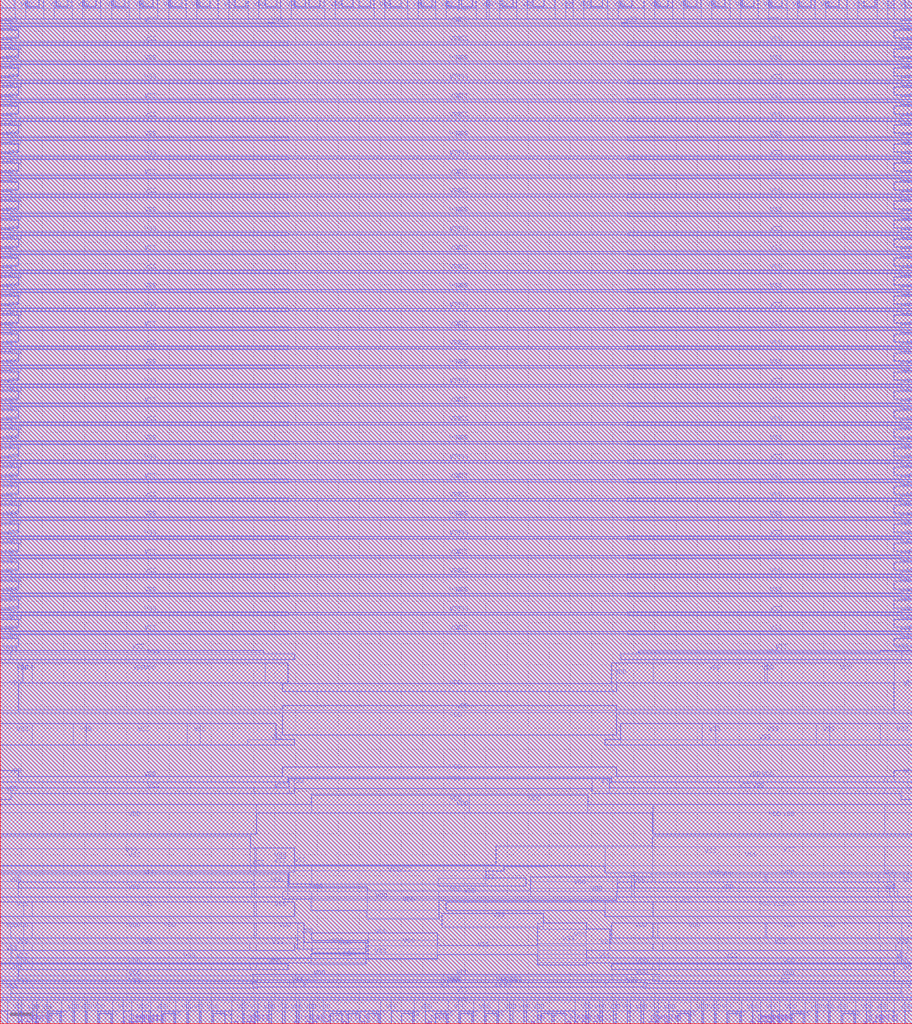
<source format=lef>
# Copyright 2022 GlobalFoundries PDK Authors
#
# Licensed under the Apache License, Version 2.0 (the "License");
# you may not use this file except in compliance with the License.
# You may obtain a copy of the License at
#
#     http://www.apache.org/licenses/LICENSE-2.0
#
# Unless required by applicable law or agreed to in writing, software
# distributed under the License is distributed on an "AS IS" BASIS,
# WITHOUT WARRANTIES OR CONDITIONS OF ANY KIND, either express or implied.
# See the License for the specific language governing permissions and
# limitations under the License.

#=====================================
# Revision: 1.1
#=====================================

VERSION 5.8 ;
BUSBITCHARS "[]" ;
DIVIDERCHAR "/" ;

UNITS
  DATABASE MICRONS   1000 ;
END UNITS

MANUFACTURINGGRID   0.005 ;



MACRO gf180mcu_fd_ip_sram__sram512x8m8wm1
  CLASS BLOCK ;
  ORIGIN 0 0 ;
  FOREIGN gf180mcu_fd_ip_sram__sram512x8m8wm1 0 0 ;
  SIZE 431.86 BY 484.88 ;
  SYMMETRY X Y R90 ;
  PIN A[0]
    DIRECTION INPUT ;
    USE SIGNAL ;
    ANTENNADIFFAREA 1.9976 LAYER Metal2 ;
    PORT
      LAYER Metal2 ;
        RECT 171.215 0 172.335 1 ;
    END
  END A[0]
  PIN A[1]
    DIRECTION INPUT ;
    USE SIGNAL ;
    ANTENNADIFFAREA 1.9976 LAYER Metal2 ;
    PORT
      LAYER Metal2 ;
        RECT 162.76 0 163.88 1 ;
    END
  END A[1]
  PIN A[2]
    DIRECTION INPUT ;
    USE SIGNAL ;
    ANTENNADIFFAREA 1.9976 LAYER Metal2 ;
    PORT
      LAYER Metal2 ;
        RECT 154.295 0 155.415 1 ;
    END
  END A[2]
  PIN A[3]
    DIRECTION INPUT ;
    USE SIGNAL ;
    ANTENNADIFFAREA 1.9976 LAYER Metal2 ;
    PORT
      LAYER Metal2 ;
        RECT 281.325 0 282.445 1 ;
    END
  END A[3]
  PIN A[4]
    DIRECTION INPUT ;
    USE SIGNAL ;
    ANTENNADIFFAREA 1.9976 LAYER Metal2 ;
    PORT
      LAYER Metal2 ;
        RECT 275.82 0 276.94 1 ;
    END
  END A[4]
  PIN A[5]
    DIRECTION INPUT ;
    USE SIGNAL ;
    ANTENNADIFFAREA 1.9976 LAYER Metal2 ;
    PORT
      LAYER Metal2 ;
        RECT 272.085 0 273.205 1 ;
    END
  END A[5]
  PIN A[6]
    DIRECTION INPUT ;
    USE SIGNAL ;
    ANTENNADIFFAREA 1.9976 LAYER Metal2 ;
    PORT
      LAYER Metal2 ;
        RECT 268.86 0 269.98 1 ;
    END
  END A[6]
  PIN A[7]
    DIRECTION INPUT ;
    USE SIGNAL ;
    ANTENNADIFFAREA 1.9976 LAYER Metal2 ;
    PORT
      LAYER Metal2 ;
        RECT 148.525 0 149.645 1 ;
    END
  END A[7]
  PIN A[8]
    DIRECTION INPUT ;
    USE SIGNAL ;
    ANTENNADIFFAREA 1.9976 LAYER Metal2 ;
    PORT
      LAYER Metal2 ;
        RECT 145.03 0 146.15 1 ;
    END
  END A[8]
  PIN CEN
    DIRECTION INPUT ;
    USE SIGNAL ;
    ANTENNADIFFAREA 1.9976 LAYER Metal2 ;
    PORT
      LAYER Metal2 ;
        RECT 251.71 0 252.83 1 ;
    END
  END CEN
  PIN CLK
    DIRECTION INPUT ;
    USE SIGNAL ;
      ANTENNAGATEAREA 44.7066 LAYER Metal3 ;
      ANTENNAGATEAREA 2.868 LAYER Metal2 ;
    PORT
      LAYER Metal2 ;
        RECT 139.68 0 140.8 1 ;
    END
  END CLK
  PIN D[0]
    DIRECTION INPUT ;
    USE SIGNAL ;
      ANTENNAGATEAREA 1.152 LAYER Metal2 ;
    PORT
      LAYER Metal2 ;
        RECT 9.32 0 10.44 1 ;
    END
  END D[0]
  PIN D[1]
    DIRECTION INPUT ;
    USE SIGNAL ;
      ANTENNAGATEAREA 1.152 LAYER Metal2 ;
    PORT
      LAYER Metal2 ;
        RECT 61.03 0 62.15 1 ;
    END
  END D[1]
  PIN D[2]
    DIRECTION INPUT ;
    USE SIGNAL ;
      ANTENNAGATEAREA 1.152 LAYER Metal2 ;
    PORT
      LAYER Metal2 ;
        RECT 67.27 0 68.39 1 ;
    END
  END D[2]
  PIN D[3]
    DIRECTION INPUT ;
    USE SIGNAL ;
      ANTENNAGATEAREA 1.152 LAYER Metal2 ;
    PORT
      LAYER Metal2 ;
        RECT 118.975 0 120.095 1 ;
    END
  END D[3]
  PIN D[4]
    DIRECTION INPUT ;
    USE SIGNAL ;
      ANTENNAGATEAREA 1.152 LAYER Metal2 ;
    PORT
      LAYER Metal2 ;
        RECT 307.235 0 308.355 1 ;
    END
  END D[4]
  PIN D[5]
    DIRECTION INPUT ;
    USE SIGNAL ;
      ANTENNAGATEAREA 1.152 LAYER Metal2 ;
    PORT
      LAYER Metal2 ;
        RECT 358.91 0 360.03 1 ;
    END
  END D[5]
  PIN D[6]
    DIRECTION INPUT ;
    USE SIGNAL ;
      ANTENNAGATEAREA 1.152 LAYER Metal2 ;
    PORT
      LAYER Metal2 ;
        RECT 365.15 0 366.27 1 ;
    END
  END D[6]
  PIN D[7]
    DIRECTION INPUT ;
    USE SIGNAL ;
      ANTENNAGATEAREA 1.152 LAYER Metal2 ;
    PORT
      LAYER Metal2 ;
        RECT 416.86 0 417.98 1 ;
    END
  END D[7]
  PIN GWEN
    DIRECTION INPUT ;
    USE SIGNAL ;
      ANTENNAGATEAREA 14.466 LAYER Metal2 ;
    PORT
      LAYER Metal2 ;
        RECT 202.94 0 204.06 1 ;
    END
  END GWEN
  PIN Q[0]
    DIRECTION OUTPUT ;
    USE SIGNAL ;
    ANTENNADIFFAREA 11.328 LAYER Metal2 ;
    PORT
      LAYER Metal2 ;
        RECT 16.9 0 18.02 1 ;
    END
  END Q[0]
  PIN Q[1]
    DIRECTION OUTPUT ;
    USE SIGNAL ;
    ANTENNADIFFAREA 11.328 LAYER Metal2 ;
    PORT
      LAYER Metal2 ;
        RECT 57.665 0 58.785 1 ;
    END
  END Q[1]
  PIN Q[2]
    DIRECTION OUTPUT ;
    USE SIGNAL ;
    ANTENNADIFFAREA 11.328 LAYER Metal2 ;
    PORT
      LAYER Metal2 ;
        RECT 70.635 0 71.755 1 ;
    END
  END Q[2]
  PIN Q[3]
    DIRECTION OUTPUT ;
    USE SIGNAL ;
    ANTENNADIFFAREA 11.328 LAYER Metal2 ;
    PORT
      LAYER Metal2 ;
        RECT 111.395 0 112.515 1 ;
    END
  END Q[3]
  PIN Q[4]
    DIRECTION OUTPUT ;
    USE SIGNAL ;
    ANTENNADIFFAREA 11.328 LAYER Metal2 ;
    PORT
      LAYER Metal2 ;
        RECT 314.79 0 315.91 1 ;
    END
  END Q[4]
  PIN Q[5]
    DIRECTION OUTPUT ;
    USE SIGNAL ;
    ANTENNADIFFAREA 11.328 LAYER Metal2 ;
    PORT
      LAYER Metal2 ;
        RECT 355.545 0 356.665 1 ;
    END
  END Q[5]
  PIN Q[6]
    DIRECTION OUTPUT ;
    USE SIGNAL ;
    ANTENNADIFFAREA 11.328 LAYER Metal2 ;
    PORT
      LAYER Metal2 ;
        RECT 368.515 0 369.635 1 ;
    END
  END Q[6]
  PIN Q[7]
    DIRECTION OUTPUT ;
    USE SIGNAL ;
    ANTENNADIFFAREA 11.328 LAYER Metal2 ;
    PORT
      LAYER Metal2 ;
        RECT 409.275 0 410.395 1 ;
    END
  END Q[7]
  PIN WEN[0]
    DIRECTION INPUT ;
    USE SIGNAL ;
      ANTENNAGATEAREA 1.938 LAYER Metal2 ;
    PORT
      LAYER Metal2 ;
        RECT 12.695 0 13.815 1 ;
    END
  END WEN[0]
  PIN WEN[1]
    DIRECTION INPUT ;
    USE SIGNAL ;
      ANTENNAGATEAREA 1.938 LAYER Metal2 ;
    PORT
      LAYER Metal2 ;
        RECT 63.02 0 64.14 1 ;
    END
  END WEN[1]
  PIN WEN[2]
    DIRECTION INPUT ;
    USE SIGNAL ;
      ANTENNAGATEAREA 1.938 LAYER Metal2 ;
    PORT
      LAYER Metal2 ;
        RECT 65.27 0 66.39 1 ;
    END
  END WEN[2]
  PIN WEN[3]
    DIRECTION INPUT ;
    USE SIGNAL ;
      ANTENNAGATEAREA 1.938 LAYER Metal2 ;
    PORT
      LAYER Metal2 ;
        RECT 117.02 0 118.14 1 ;
    END
  END WEN[3]
  PIN WEN[4]
    DIRECTION INPUT ;
    USE SIGNAL ;
      ANTENNAGATEAREA 1.938 LAYER Metal2 ;
    PORT
      LAYER Metal2 ;
        RECT 310.575 0 311.695 1 ;
    END
  END WEN[4]
  PIN WEN[5]
    DIRECTION INPUT ;
    USE SIGNAL ;
      ANTENNAGATEAREA 1.938 LAYER Metal2 ;
    PORT
      LAYER Metal2 ;
        RECT 360.9 0 362.02 1 ;
    END
  END WEN[5]
  PIN WEN[6]
    DIRECTION INPUT ;
    USE SIGNAL ;
      ANTENNAGATEAREA 1.938 LAYER Metal2 ;
    PORT
      LAYER Metal2 ;
        RECT 363.15 0 364.27 1 ;
    END
  END WEN[6]
  PIN WEN[7]
    DIRECTION INPUT ;
    USE SIGNAL ;
      ANTENNAGATEAREA 1.938 LAYER Metal2 ;
    PORT
      LAYER Metal2 ;
        RECT 413.475 0 414.595 1 ;
    END
  END WEN[7]
  PIN VDD
    DIRECTION INOUT ;
    USE POWER ;
    PORT
      LAYER Metal3 ;
        RECT 0 466.88 8.53 470.38 ;
    END
    PORT
      LAYER Metal3 ;
        RECT 0 457.88 8.53 461.38 ;
    END
    PORT
      LAYER Metal3 ;
        RECT 0 448.88 8.53 452.38 ;
    END
    PORT
      LAYER Metal3 ;
        RECT 0 439.88 8.53 443.38 ;
    END
    PORT
      LAYER Metal3 ;
        RECT 0 430.88 8.53 434.38 ;
    END
    PORT
      LAYER Metal3 ;
        RECT 0 421.88 8.53 425.38 ;
    END
    PORT
      LAYER Metal3 ;
        RECT 0 412.88 8.53 416.38 ;
    END
    PORT
      LAYER Metal3 ;
        RECT 0 403.88 8.53 407.38 ;
    END
    PORT
      LAYER Metal3 ;
        RECT 0 394.88 8.53 398.38 ;
    END
    PORT
      LAYER Metal3 ;
        RECT 0 385.88 8.53 389.38 ;
    END
    PORT
      LAYER Metal3 ;
        RECT 0 376.88 8.53 380.38 ;
    END
    PORT
      LAYER Metal3 ;
        RECT 0 367.88 8.53 371.38 ;
    END
    PORT
      LAYER Metal3 ;
        RECT 0 358.88 8.53 362.38 ;
    END
    PORT
      LAYER Metal3 ;
        RECT 0 349.88 8.53 353.38 ;
    END
    PORT
      LAYER Metal3 ;
        RECT 0 340.88 8.53 344.38 ;
    END
    PORT
      LAYER Metal3 ;
        RECT 0 331.88 8.53 335.38 ;
    END
    PORT
      LAYER Metal3 ;
        RECT 0 322.88 8.53 326.38 ;
    END
    PORT
      LAYER Metal3 ;
        RECT 0 313.88 8.53 317.38 ;
    END
    PORT
      LAYER Metal3 ;
        RECT 0 304.88 8.53 308.38 ;
    END
    PORT
      LAYER Metal3 ;
        RECT 0 295.88 8.53 299.38 ;
    END
    PORT
      LAYER Metal3 ;
        RECT 0 286.88 8.53 290.38 ;
    END
    PORT
      LAYER Metal3 ;
        RECT 0 277.88 8.53 281.38 ;
    END
    PORT
      LAYER Metal3 ;
        RECT 0 268.88 8.53 272.38 ;
    END
    PORT
      LAYER Metal3 ;
        RECT 0 259.88 8.53 263.38 ;
    END
    PORT
      LAYER Metal3 ;
        RECT 0 250.88 8.53 254.38 ;
    END
    PORT
      LAYER Metal3 ;
        RECT 0 241.88 8.53 245.38 ;
    END
    PORT
      LAYER Metal3 ;
        RECT 0 232.88 8.53 236.38 ;
    END
    PORT
      LAYER Metal3 ;
        RECT 0 223.88 8.53 227.38 ;
    END
    PORT
      LAYER Metal3 ;
        RECT 0 214.88 8.53 218.38 ;
    END
    PORT
      LAYER Metal3 ;
        RECT 0 205.88 8.53 209.38 ;
    END
    PORT
      LAYER Metal3 ;
        RECT 0 196.88 8.53 200.38 ;
    END
    PORT
      LAYER Metal3 ;
        RECT 0 187.88 8.53 191.38 ;
    END
    PORT
      LAYER Metal3 ;
        RECT 0 178.88 8.53 182.38 ;
    END
    PORT
      LAYER Metal3 ;
        RECT 0 40.76 5.07 47.575 ;
    END
    PORT
      LAYER Metal3 ;
        RECT 0 40.76 15.055 47.57 ;
    END
    PORT
      LAYER Metal3 ;
        RECT 11.13 40.77 143.645 47.575 ;
    END
    PORT
      LAYER Metal3 ;
        RECT 0 40.765 121.25 47.57 ;
    END
    PORT
      LAYER Metal3 ;
        RECT 140.89 35.42 143.645 47.58 ;
    END
    PORT
      LAYER Metal3 ;
        RECT 120.235 40.77 143.645 47.58 ;
    END
    PORT
      LAYER Metal3 ;
        RECT 147.685 33.72 173.11 38.26 ;
    END
    PORT
      LAYER Metal3 ;
        RECT 140.89 35.42 173.11 38.26 ;
    END
    PORT
      LAYER Metal3 ;
        RECT 7.005 475.88 12.005 484.88 ;
    END
    PORT
      LAYER Metal3 ;
        RECT 20.685 475.88 25.685 484.88 ;
    END
    PORT
      LAYER Metal3 ;
        RECT 34.005 475.88 39.005 484.88 ;
    END
    PORT
      LAYER Metal3 ;
        RECT 47.685 475.88 52.685 484.88 ;
    END
    PORT
      LAYER Metal3 ;
        RECT 61.005 475.88 66.005 484.88 ;
    END
    PORT
      LAYER Metal3 ;
        RECT 74.685 475.88 79.685 484.88 ;
    END
    PORT
      LAYER Metal3 ;
        RECT 88.005 475.88 93.005 484.88 ;
    END
    PORT
      LAYER Metal3 ;
        RECT 103.265 475.88 108.265 484.88 ;
    END
    PORT
      LAYER Metal3 ;
        RECT 117.415 475.88 122.415 484.88 ;
    END
    PORT
      LAYER Metal3 ;
        RECT 132.86 475.88 137.86 484.88 ;
    END
    PORT
      LAYER Metal3 ;
        RECT 153.55 475.88 158.55 484.88 ;
    END
    PORT
      LAYER Metal3 ;
        RECT 177.075 475.88 182.075 484.88 ;
    END
    PORT
      LAYER Metal3 ;
        RECT 192.925 475.88 197.925 484.88 ;
    END
    PORT
      LAYER Metal3 ;
        RECT 206.15 475.88 211.15 484.88 ;
    END
    PORT
      LAYER Metal3 ;
        RECT 225.345 475.88 230.345 484.88 ;
    END
    PORT
      LAYER Metal3 ;
        RECT 231.565 475.88 236.565 484.88 ;
    END
    PORT
      LAYER Metal3 ;
        RECT 244.505 475.88 249.505 484.88 ;
    END
    PORT
      LAYER Metal3 ;
        RECT 262.845 475.88 267.845 484.88 ;
    END
    PORT
      LAYER Metal3 ;
        RECT 271.31 475.88 276.31 484.88 ;
    END
    PORT
      LAYER Metal3 ;
        RECT 287.735 475.88 292.735 484.88 ;
    END
    PORT
      LAYER Metal3 ;
        RECT 304.885 475.88 309.885 484.88 ;
    END
    PORT
      LAYER Metal3 ;
        RECT 318.565 475.88 323.565 484.88 ;
    END
    PORT
      LAYER Metal3 ;
        RECT 331.885 475.88 336.885 484.88 ;
    END
    PORT
      LAYER Metal3 ;
        RECT 345.565 475.88 350.565 484.88 ;
    END
    PORT
      LAYER Metal3 ;
        RECT 358.885 475.88 363.885 484.88 ;
    END
    PORT
      LAYER Metal3 ;
        RECT 372.565 475.88 377.565 484.88 ;
    END
    PORT
      LAYER Metal3 ;
        RECT 385.885 475.88 390.885 484.88 ;
    END
    PORT
      LAYER Metal3 ;
        RECT 401.145 475.88 406.145 484.88 ;
    END
    PORT
      LAYER Metal3 ;
        RECT 415.295 475.88 420.295 484.88 ;
    END
    PORT
      LAYER Metal3 ;
        RECT 423.33 475.88 428.33 484.88 ;
    END
    PORT
      LAYER Metal3 ;
        RECT 0 475.88 431.86 480.88 ;
    END
    PORT
      LAYER Metal3 ;
        RECT 423.33 466.88 431.86 470.38 ;
    END
    PORT
      LAYER Metal3 ;
        RECT 423.33 457.88 431.86 461.38 ;
    END
    PORT
      LAYER Metal3 ;
        RECT 423.33 448.88 431.86 452.38 ;
    END
    PORT
      LAYER Metal3 ;
        RECT 423.33 439.88 431.86 443.38 ;
    END
    PORT
      LAYER Metal3 ;
        RECT 423.33 430.88 431.86 434.38 ;
    END
    PORT
      LAYER Metal3 ;
        RECT 423.33 421.88 431.86 425.38 ;
    END
    PORT
      LAYER Metal3 ;
        RECT 423.33 412.88 431.86 416.38 ;
    END
    PORT
      LAYER Metal3 ;
        RECT 423.33 403.88 431.86 407.38 ;
    END
    PORT
      LAYER Metal3 ;
        RECT 423.33 394.88 431.86 398.38 ;
    END
    PORT
      LAYER Metal3 ;
        RECT 423.33 385.88 431.86 389.38 ;
    END
    PORT
      LAYER Metal3 ;
        RECT 423.33 376.88 431.86 380.38 ;
    END
    PORT
      LAYER Metal3 ;
        RECT 423.33 367.88 431.86 371.38 ;
    END
    PORT
      LAYER Metal3 ;
        RECT 423.33 358.88 431.86 362.38 ;
    END
    PORT
      LAYER Metal3 ;
        RECT 423.33 349.88 431.86 353.38 ;
    END
    PORT
      LAYER Metal3 ;
        RECT 423.33 340.88 431.86 344.38 ;
    END
    PORT
      LAYER Metal3 ;
        RECT 423.33 331.88 431.86 335.38 ;
    END
    PORT
      LAYER Metal3 ;
        RECT 423.33 322.88 431.86 326.38 ;
    END
    PORT
      LAYER Metal3 ;
        RECT 423.33 313.88 431.86 317.38 ;
    END
    PORT
      LAYER Metal3 ;
        RECT 423.33 304.88 431.86 308.38 ;
    END
    PORT
      LAYER Metal3 ;
        RECT 423.33 295.88 431.86 299.38 ;
    END
    PORT
      LAYER Metal3 ;
        RECT 423.33 286.88 431.86 290.38 ;
    END
    PORT
      LAYER Metal3 ;
        RECT 423.33 277.88 431.86 281.38 ;
    END
    PORT
      LAYER Metal3 ;
        RECT 423.33 268.88 431.86 272.38 ;
    END
    PORT
      LAYER Metal3 ;
        RECT 423.33 259.88 431.86 263.38 ;
    END
    PORT
      LAYER Metal3 ;
        RECT 423.33 250.88 431.86 254.38 ;
    END
    PORT
      LAYER Metal3 ;
        RECT 423.33 241.88 431.86 245.38 ;
    END
    PORT
      LAYER Metal3 ;
        RECT 423.33 232.88 431.86 236.38 ;
    END
    PORT
      LAYER Metal3 ;
        RECT 423.33 223.88 431.86 227.38 ;
    END
    PORT
      LAYER Metal3 ;
        RECT 423.33 214.88 431.86 218.38 ;
    END
    PORT
      LAYER Metal3 ;
        RECT 423.33 205.88 431.86 209.38 ;
    END
    PORT
      LAYER Metal3 ;
        RECT 423.33 196.88 431.86 200.38 ;
    END
    PORT
      LAYER Metal3 ;
        RECT 423.33 187.88 431.86 191.38 ;
    END
    PORT
      LAYER Metal3 ;
        RECT 423.33 178.88 431.86 182.38 ;
    END
    PORT
      LAYER Metal3 ;
        RECT 0 147.15 8.53 170.625 ;
    END
    PORT
      LAYER Metal3 ;
        RECT 10.475 161.575 10.94 170.63 ;
    END
    PORT
      LAYER Metal3 ;
        RECT 0 161.575 15.055 170.625 ;
    END
    PORT
      LAYER Metal3 ;
        RECT 0 161.58 125.425 170.625 ;
    END
    PORT
      LAYER Metal3 ;
        RECT 0 161.59 136.07 170.62 ;
    END
    PORT
      LAYER Metal3 ;
        RECT 133.86 157.43 291.755 160.995 ;
    END
    PORT
      LAYER Metal3 ;
        RECT 133.86 136.91 291.755 150.525 ;
    END
    PORT
      LAYER Metal3 ;
        RECT 289.54 157.43 291.755 170.62 ;
    END
    PORT
      LAYER Metal3 ;
        RECT 309.265 161.575 361.915 170.625 ;
    END
    PORT
      LAYER Metal3 ;
        RECT 289.54 161.575 431.86 170.62 ;
    END
    PORT
      LAYER Metal3 ;
        RECT 0 147.15 431.86 148.57 ;
    END
    PORT
      LAYER Metal3 ;
        RECT 423.33 147.15 431.86 170.625 ;
    END
    PORT
      LAYER Metal3 ;
        RECT 363.265 161.575 431.86 170.625 ;
    END
    PORT
      LAYER Metal3 ;
        RECT 0 114.69 8.53 119.69 ;
    END
    PORT
      LAYER Metal3 ;
        RECT 0 114.69 136.07 116.9 ;
    END
    PORT
      LAYER Metal3 ;
        RECT 133.85 116.85 291.74 121.39 ;
    END
    PORT
      LAYER Metal3 ;
        RECT 289.54 114.685 418.815 116.9 ;
    END
    PORT
      LAYER Metal3 ;
        RECT 289.54 114.69 431.86 116.9 ;
    END
    PORT
      LAYER Metal3 ;
        RECT 423.33 114.69 431.86 119.69 ;
    END
    PORT
      LAYER Metal3 ;
        RECT 0 90.08 121.25 103.695 ;
    END
    PORT
      LAYER Metal3 ;
        RECT 147.565 99.845 278.225 108.125 ;
    END
    PORT
      LAYER Metal3 ;
        RECT 147.605 99.845 278.225 108.535 ;
    END
    PORT
      LAYER Metal3 ;
        RECT 222.16 99.845 278.225 108.54 ;
    END
    PORT
      LAYER Metal3 ;
        RECT 309.125 90.075 418.815 103.695 ;
    END
    PORT
      LAYER Metal3 ;
        RECT 309.035 90.08 431.86 103.695 ;
    END
    PORT
      LAYER Metal3 ;
        RECT 0 99.845 431.86 103.695 ;
    END
    PORT
      LAYER Metal3 ;
        RECT 0 60.18 8.53 70.89 ;
    END
    PORT
      LAYER Metal3 ;
        RECT 119.105 60.23 173.805 64.235 ;
    END
    PORT
      LAYER Metal3 ;
        RECT 0 67.305 136.07 70.89 ;
    END
    PORT
      LAYER Metal3 ;
        RECT 0 60.18 121.25 64.23 ;
    END
    PORT
      LAYER Metal3 ;
        RECT 120.235 60.23 136.07 70.895 ;
    END
    PORT
      LAYER Metal3 ;
        RECT 120.235 60.23 173.805 64.67 ;
    END
    PORT
      LAYER Metal3 ;
        RECT 173.705 49.86 207.58 62.85 ;
    END
    PORT
      LAYER Metal3 ;
        RECT 147.39 53.78 207.58 62.85 ;
    END
    PORT
      LAYER Metal3 ;
        RECT 147.39 58.485 291.755 62.85 ;
    END
    PORT
      LAYER Metal3 ;
        RECT 133.86 59.22 291.755 62.85 ;
    END
    PORT
      LAYER Metal3 ;
        RECT 251.14 60.175 292.105 69.33 ;
    END
    PORT
      LAYER Metal3 ;
        RECT 299.13 60.175 300.13 70.085 ;
    END
    PORT
      LAYER Metal3 ;
        RECT 251.14 67.305 431.86 69.33 ;
    END
    PORT
      LAYER Metal3 ;
        RECT 309.035 67.305 362.145 70.89 ;
    END
    PORT
      LAYER Metal3 ;
        RECT 308.865 67.305 431.86 70.885 ;
    END
    PORT
      LAYER Metal3 ;
        RECT 415.845 60.175 421.105 64.235 ;
    END
    PORT
      LAYER Metal3 ;
        RECT 415.845 67.305 421.105 70.895 ;
    END
    PORT
      LAYER Metal3 ;
        RECT 251.14 60.18 431.86 64.23 ;
    END
    PORT
      LAYER Metal3 ;
        RECT 133.86 60.175 424.995 62.85 ;
    END
    PORT
      LAYER Metal3 ;
        RECT 423.33 60.18 431.86 70.89 ;
    END
    PORT
      LAYER Metal3 ;
        RECT 363.035 67.305 431.86 70.89 ;
    END
    PORT
      LAYER Metal3 ;
        RECT 309.01 40.765 431.86 47.57 ;
    END
    PORT
      LAYER Metal3 ;
        RECT 289.545 40.77 311.39 47.58 ;
    END
    PORT
      LAYER Metal3 ;
        RECT 289.545 40.77 362.17 47.575 ;
    END
    PORT
      LAYER Metal3 ;
        RECT 363.01 40.76 416.17 47.575 ;
    END
    PORT
      LAYER Metal3 ;
        RECT 309.125 40.76 431.86 47.57 ;
    END
    PORT
      LAYER Metal3 ;
        RECT 426.79 40.76 431.86 47.575 ;
    END
    PORT
      LAYER Metal3 ;
        RECT 0 20.3 8.56 28.145 ;
    END
    PORT
      LAYER Metal3 ;
        RECT 0 25.865 15.055 28.145 ;
    END
    PORT
      LAYER Metal3 ;
        RECT 0 25.87 121.25 28.145 ;
    END
    PORT
      LAYER Metal3 ;
        RECT 0 20.3 121.705 22.575 ;
    END
    PORT
      LAYER Metal3 ;
        RECT 118.435 25.875 136.07 28.15 ;
    END
    PORT
      LAYER Metal3 ;
        RECT 119.545 20.83 312.145 23.095 ;
    END
    PORT
      LAYER Metal3 ;
        RECT 0 20.82 296.615 22.575 ;
    END
    PORT
      LAYER Metal3 ;
        RECT 289.545 20.83 312.145 23.105 ;
    END
    PORT
      LAYER Metal3 ;
        RECT 289.545 25.875 312.145 28.15 ;
    END
    PORT
      LAYER Metal3 ;
        RECT 308.94 20.3 431.86 22.575 ;
    END
    PORT
      LAYER Metal3 ;
        RECT 416.805 25.865 431.86 28.145 ;
    END
    PORT
      LAYER Metal3 ;
        RECT 309.01 25.87 431.86 28.145 ;
    END
    PORT
      LAYER Metal3 ;
        RECT 423.3 20.3 431.86 28.145 ;
    END
    PORT
      LAYER Metal3 ;
        RECT 3.53 0 8.53 11.16 ;
    END
    PORT
      LAYER Metal3 ;
        RECT 10.195 0 15.195 11.16 ;
    END
    PORT
      LAYER Metal3 ;
        RECT 17.21 0 22.21 11.16 ;
    END
    PORT
      LAYER Metal3 ;
        RECT 29.21 0 34.21 11.16 ;
    END
    PORT
      LAYER Metal3 ;
        RECT 35.21 0 40.21 11.16 ;
    END
    PORT
      LAYER Metal3 ;
        RECT 41.21 0 46.21 11.16 ;
    END
    PORT
      LAYER Metal3 ;
        RECT 53.21 0 58.21 11.16 ;
    END
    PORT
      LAYER Metal3 ;
        RECT 62.215 0 67.215 11.16 ;
    END
    PORT
      LAYER Metal3 ;
        RECT 71.21 0 76.21 11.16 ;
    END
    PORT
      LAYER Metal3 ;
        RECT 83.21 0 88.21 11.16 ;
    END
    PORT
      LAYER Metal3 ;
        RECT 89.21 0 94.21 11.16 ;
    END
    PORT
      LAYER Metal3 ;
        RECT 95.21 0 100.21 11.16 ;
    END
    PORT
      LAYER Metal3 ;
        RECT 109.55 0 114.55 11.16 ;
    END
    PORT
      LAYER Metal3 ;
        RECT 115.55 0 120.55 11.16 ;
    END
    PORT
      LAYER Metal3 ;
        RECT 122.05 0 127.05 11.16 ;
    END
    PORT
      LAYER Metal3 ;
        RECT 128.55 0 133.55 11.16 ;
    END
    PORT
      LAYER Metal3 ;
        RECT 135.05 0 140.05 11.16 ;
    END
    PORT
      LAYER Metal3 ;
        RECT 141.55 0 146.55 11.16 ;
    END
    PORT
      LAYER Metal3 ;
        RECT 148.05 0 153.05 11.16 ;
    END
    PORT
      LAYER Metal3 ;
        RECT 180.155 0 185.155 11.16 ;
    END
    PORT
      LAYER Metal3 ;
        RECT 196.14 0 201.14 11.16 ;
    END
    PORT
      LAYER Metal3 ;
        RECT 212.165 0 217.165 11.16 ;
    END
    PORT
      LAYER Metal3 ;
        RECT 224.165 0 229.165 11.16 ;
    END
    PORT
      LAYER Metal3 ;
        RECT 236.165 0 241.165 11.16 ;
    END
    PORT
      LAYER Metal3 ;
        RECT 242.83 0 247.83 11.16 ;
    END
    PORT
      LAYER Metal3 ;
        RECT 249.38 0 254.38 11.16 ;
    END
    PORT
      LAYER Metal3 ;
        RECT 272.29 0 277.29 11.16 ;
    END
    PORT
      LAYER Metal3 ;
        RECT 278.79 0 283.79 11.16 ;
    END
    PORT
      LAYER Metal3 ;
        RECT 285.29 0 290.29 11.16 ;
    END
    PORT
      LAYER Metal3 ;
        RECT 291.79 0 296.79 11.16 ;
    END
    PORT
      LAYER Metal3 ;
        RECT 298.29 0 303.29 11.16 ;
    END
    PORT
      LAYER Metal3 ;
        RECT 304.79 0 309.79 11.16 ;
    END
    PORT
      LAYER Metal3 ;
        RECT 311.475 0 316.475 11.16 ;
    END
    PORT
      LAYER Metal3 ;
        RECT 327.09 0 332.09 11.16 ;
    END
    PORT
      LAYER Metal3 ;
        RECT 333.09 0 338.09 11.16 ;
    END
    PORT
      LAYER Metal3 ;
        RECT 339.09 0 344.09 11.16 ;
    END
    PORT
      LAYER Metal3 ;
        RECT 351.09 0 356.09 11.16 ;
    END
    PORT
      LAYER Metal3 ;
        RECT 360.085 0 365.085 11.16 ;
    END
    PORT
      LAYER Metal3 ;
        RECT 369.09 0 374.09 11.16 ;
    END
    PORT
      LAYER Metal3 ;
        RECT 381.09 0 386.09 11.16 ;
    END
    PORT
      LAYER Metal3 ;
        RECT 387.09 0 392.09 11.16 ;
    END
    PORT
      LAYER Metal3 ;
        RECT 393.09 0 398.09 11.16 ;
    END
    PORT
      LAYER Metal3 ;
        RECT 405.09 0 410.09 11.16 ;
    END
    PORT
      LAYER Metal3 ;
        RECT 412.095 0 417.095 11.16 ;
    END
    PORT
      LAYER Metal3 ;
        RECT 423.33 0 428.33 11.16 ;
    END
    PORT
      LAYER Metal3 ;
        RECT 0 6.16 431.86 11.16 ;
    END
  END VDD
  PIN VSS
    DIRECTION INOUT ;
    USE GROUND ;
    PORT
      LAYER Metal3 ;
        RECT 13.13 481.84 18.13 484.88 ;
    END
    PORT
      LAYER Metal3 ;
        RECT 23.21 0 28.21 4.66 ;
    END
    PORT
      LAYER Metal3 ;
        RECT 26.81 481.84 31.81 484.88 ;
    END
    PORT
      LAYER Metal3 ;
        RECT 40.13 481.84 45.13 484.88 ;
    END
    PORT
      LAYER Metal3 ;
        RECT 47.21 0 52.21 4.66 ;
    END
    PORT
      LAYER Metal3 ;
        RECT 53.81 481.84 58.81 484.88 ;
    END
    PORT
      LAYER Metal3 ;
        RECT 67.13 481.84 72.13 484.88 ;
    END
    PORT
      LAYER Metal3 ;
        RECT 77.21 0 82.21 4.66 ;
    END
    PORT
      LAYER Metal3 ;
        RECT 80.81 481.84 85.81 484.88 ;
    END
    PORT
      LAYER Metal3 ;
        RECT 94.13 481.84 99.13 484.88 ;
    END
    PORT
      LAYER Metal3 ;
        RECT 101.21 0 106.21 4.66 ;
    END
    PORT
      LAYER Metal3 ;
        RECT 111.29 481.84 116.29 484.88 ;
    END
    PORT
      LAYER Metal3 ;
        RECT 125.79 481.84 130.79 484.88 ;
    END
    PORT
      LAYER Metal3 ;
        RECT 0 132.175 15.055 142.08 ;
    END
    PORT
      LAYER Metal3 ;
        RECT 34.605 132.17 40.815 142.06 ;
    END
    PORT
      LAYER Metal3 ;
        RECT 88.605 132.17 94.815 142.06 ;
    END
    PORT
      LAYER Metal3 ;
        RECT 0 132.175 130.35 142.06 ;
    END
    PORT
      LAYER Metal3 ;
        RECT 117.125 132.17 139.14 134.45 ;
    END
    PORT
      LAYER Metal3 ;
        RECT 0 50.88 15.055 57.465 ;
    END
    PORT
      LAYER Metal3 ;
        RECT 11.245 50.87 121.25 57.455 ;
    END
    PORT
      LAYER Metal3 ;
        RECT 11.145 50.875 121.25 57.455 ;
    END
    PORT
      LAYER Metal3 ;
        RECT 120.235 50.88 139.14 57.465 ;
    END
    PORT
      LAYER Metal3 ;
        RECT 0 172.68 5.07 176.63 ;
    END
    PORT
      LAYER Metal3 ;
        RECT 0 175.63 124.585 176.63 ;
    END
    PORT
      LAYER Metal3 ;
        RECT 0 172.68 139.15 175.08 ;
    END
    PORT
      LAYER Metal3 ;
        RECT 139.385 481.84 144.385 484.88 ;
    END
    PORT
      LAYER Metal3 ;
        RECT 146.365 481.84 151.365 484.88 ;
    END
    PORT
      LAYER Metal3 ;
        RECT 156.62 0 161.62 4.66 ;
    END
    PORT
      LAYER Metal3 ;
        RECT 161.905 481.84 166.905 484.88 ;
    END
    PORT
      LAYER Metal3 ;
        RECT 165.11 0 170.11 4.66 ;
    END
    PORT
      LAYER Metal3 ;
        RECT 170.12 481.84 175.12 484.88 ;
    END
    PORT
      LAYER Metal3 ;
        RECT 174.155 0 179.155 4.66 ;
    END
    PORT
      LAYER Metal3 ;
        RECT 184.74 481.84 189.74 484.88 ;
    END
    PORT
      LAYER Metal3 ;
        RECT 190.14 0 195.14 4.66 ;
    END
    PORT
      LAYER Metal3 ;
        RECT 199.41 481.84 204.41 484.88 ;
    END
    PORT
      LAYER Metal3 ;
        RECT 206.165 0 211.165 4.66 ;
    END
    PORT
      LAYER Metal3 ;
        RECT 212.15 481.84 217.15 484.88 ;
    END
    PORT
      LAYER Metal3 ;
        RECT 218.165 0 223.165 4.66 ;
    END
    PORT
      LAYER Metal3 ;
        RECT 218.565 481.84 223.565 484.88 ;
    END
    PORT
      LAYER Metal3 ;
        RECT 230.165 0 235.165 4.66 ;
    END
    PORT
      LAYER Metal3 ;
        RECT 237.69 481.84 242.69 484.88 ;
    END
    PORT
      LAYER Metal3 ;
        RECT 252.325 481.84 257.325 484.88 ;
    END
    PORT
      LAYER Metal3 ;
        RECT 256.165 0 261.165 4.66 ;
    END
    PORT
      LAYER Metal3 ;
        RECT 262.39 0 267.39 4.66 ;
    END
    PORT
      LAYER Metal3 ;
        RECT 279.95 481.84 284.95 484.88 ;
    END
    PORT
      LAYER Metal3 ;
        RECT 293.955 481.84 298.955 484.88 ;
    END
    PORT
      LAYER Metal3 ;
        RECT 311.01 481.84 316.01 484.88 ;
    END
    PORT
      LAYER Metal3 ;
        RECT 321.09 0 326.09 4.66 ;
    END
    PORT
      LAYER Metal3 ;
        RECT 324.69 481.84 329.69 484.88 ;
    END
    PORT
      LAYER Metal3 ;
        RECT 338.01 481.84 343.01 484.88 ;
    END
    PORT
      LAYER Metal3 ;
        RECT 345.09 0 350.09 4.66 ;
    END
    PORT
      LAYER Metal3 ;
        RECT 351.69 481.84 356.69 484.88 ;
    END
    PORT
      LAYER Metal3 ;
        RECT 365.01 481.84 370.01 484.88 ;
    END
    PORT
      LAYER Metal3 ;
        RECT 375.09 0 380.09 4.66 ;
    END
    PORT
      LAYER Metal3 ;
        RECT 378.69 481.84 383.69 484.88 ;
    END
    PORT
      LAYER Metal3 ;
        RECT 392.01 481.84 397.01 484.88 ;
    END
    PORT
      LAYER Metal3 ;
        RECT 399.09 0 404.09 4.66 ;
    END
    PORT
      LAYER Metal3 ;
        RECT 409.17 481.84 414.17 484.88 ;
    END
    PORT
      LAYER Metal3 ;
        RECT 0 471.38 5.07 474.88 ;
    END
    PORT
      LAYER Metal3 ;
        RECT 126.88 472.305 129.74 473.925 ;
    END
    PORT
      LAYER Metal3 ;
        RECT 0 472.38 136.36 473.88 ;
    END
    PORT
      LAYER Metal3 ;
        RECT 152.01 472.63 273.11 473.64 ;
    END
    PORT
      LAYER Metal3 ;
        RECT 0 472.635 431.86 473.64 ;
    END
    PORT
      LAYER Metal3 ;
        RECT 294.275 472.305 297.135 473.925 ;
    END
    PORT
      LAYER Metal3 ;
        RECT 294.275 472.38 431.86 473.88 ;
    END
    PORT
      LAYER Metal3 ;
        RECT 426.79 471.38 431.86 474.88 ;
    END
    PORT
      LAYER Metal3 ;
        RECT 0 462.38 5.07 465.88 ;
    END
    PORT
      LAYER Metal3 ;
        RECT 0 463.38 136.36 464.88 ;
    END
    PORT
      LAYER Metal3 ;
        RECT 152.015 463.63 273.11 464.64 ;
    END
    PORT
      LAYER Metal3 ;
        RECT 0 463.635 431.86 464.64 ;
    END
    PORT
      LAYER Metal3 ;
        RECT 297.105 463.38 431.86 464.88 ;
    END
    PORT
      LAYER Metal3 ;
        RECT 426.79 462.38 431.86 465.88 ;
    END
    PORT
      LAYER Metal3 ;
        RECT 0 453.38 5.07 456.88 ;
    END
    PORT
      LAYER Metal3 ;
        RECT 0 454.38 136.36 455.88 ;
    END
    PORT
      LAYER Metal3 ;
        RECT 152.015 454.63 273.11 455.64 ;
    END
    PORT
      LAYER Metal3 ;
        RECT 0 454.635 431.86 455.64 ;
    END
    PORT
      LAYER Metal3 ;
        RECT 297.105 454.38 431.86 455.88 ;
    END
    PORT
      LAYER Metal3 ;
        RECT 426.79 453.38 431.86 456.88 ;
    END
    PORT
      LAYER Metal3 ;
        RECT 0 444.38 5.07 447.88 ;
    END
    PORT
      LAYER Metal3 ;
        RECT 0 445.38 136.36 446.88 ;
    END
    PORT
      LAYER Metal3 ;
        RECT 152.015 445.63 273.11 446.64 ;
    END
    PORT
      LAYER Metal3 ;
        RECT 0 445.635 431.86 446.64 ;
    END
    PORT
      LAYER Metal3 ;
        RECT 297.105 445.38 431.86 446.88 ;
    END
    PORT
      LAYER Metal3 ;
        RECT 426.79 444.38 431.86 447.88 ;
    END
    PORT
      LAYER Metal3 ;
        RECT 0 435.38 5.07 438.88 ;
    END
    PORT
      LAYER Metal3 ;
        RECT 0 436.38 136.36 437.88 ;
    END
    PORT
      LAYER Metal3 ;
        RECT 152.015 436.63 273.11 437.64 ;
    END
    PORT
      LAYER Metal3 ;
        RECT 0 436.635 431.86 437.64 ;
    END
    PORT
      LAYER Metal3 ;
        RECT 297.105 436.38 431.86 437.88 ;
    END
    PORT
      LAYER Metal3 ;
        RECT 426.79 435.38 431.86 438.88 ;
    END
    PORT
      LAYER Metal3 ;
        RECT 0 426.38 5.07 429.88 ;
    END
    PORT
      LAYER Metal3 ;
        RECT 0 427.38 136.36 428.88 ;
    END
    PORT
      LAYER Metal3 ;
        RECT 152.015 427.63 273.11 428.64 ;
    END
    PORT
      LAYER Metal3 ;
        RECT 0 427.635 431.86 428.64 ;
    END
    PORT
      LAYER Metal3 ;
        RECT 297.105 427.38 431.86 428.88 ;
    END
    PORT
      LAYER Metal3 ;
        RECT 426.79 426.38 431.86 429.88 ;
    END
    PORT
      LAYER Metal3 ;
        RECT 0 417.38 5.07 420.88 ;
    END
    PORT
      LAYER Metal3 ;
        RECT 0 418.38 136.36 419.88 ;
    END
    PORT
      LAYER Metal3 ;
        RECT 152.015 418.63 273.11 419.64 ;
    END
    PORT
      LAYER Metal3 ;
        RECT 0 418.635 431.86 419.64 ;
    END
    PORT
      LAYER Metal3 ;
        RECT 297.105 418.38 431.86 419.88 ;
    END
    PORT
      LAYER Metal3 ;
        RECT 426.79 417.38 431.86 420.88 ;
    END
    PORT
      LAYER Metal3 ;
        RECT 0 408.38 5.07 411.88 ;
    END
    PORT
      LAYER Metal3 ;
        RECT 0 409.38 136.36 410.88 ;
    END
    PORT
      LAYER Metal3 ;
        RECT 152.015 409.63 273.11 410.64 ;
    END
    PORT
      LAYER Metal3 ;
        RECT 0 409.635 431.86 410.64 ;
    END
    PORT
      LAYER Metal3 ;
        RECT 297.105 409.38 431.86 410.88 ;
    END
    PORT
      LAYER Metal3 ;
        RECT 426.79 408.38 431.86 411.88 ;
    END
    PORT
      LAYER Metal3 ;
        RECT 0 399.38 5.07 402.88 ;
    END
    PORT
      LAYER Metal3 ;
        RECT 0 400.38 136.36 401.88 ;
    END
    PORT
      LAYER Metal3 ;
        RECT 152.015 400.63 273.11 401.64 ;
    END
    PORT
      LAYER Metal3 ;
        RECT 0 400.635 431.86 401.64 ;
    END
    PORT
      LAYER Metal3 ;
        RECT 297.105 400.38 431.86 401.88 ;
    END
    PORT
      LAYER Metal3 ;
        RECT 426.79 399.38 431.86 402.88 ;
    END
    PORT
      LAYER Metal3 ;
        RECT 0 390.38 5.07 393.88 ;
    END
    PORT
      LAYER Metal3 ;
        RECT 0 391.38 136.36 392.88 ;
    END
    PORT
      LAYER Metal3 ;
        RECT 152.015 391.63 273.11 392.64 ;
    END
    PORT
      LAYER Metal3 ;
        RECT 0 391.635 431.86 392.64 ;
    END
    PORT
      LAYER Metal3 ;
        RECT 297.105 391.38 431.86 392.88 ;
    END
    PORT
      LAYER Metal3 ;
        RECT 426.79 390.38 431.86 393.88 ;
    END
    PORT
      LAYER Metal3 ;
        RECT 0 381.38 5.07 384.88 ;
    END
    PORT
      LAYER Metal3 ;
        RECT 0 382.38 136.36 383.88 ;
    END
    PORT
      LAYER Metal3 ;
        RECT 152.015 382.63 273.11 383.64 ;
    END
    PORT
      LAYER Metal3 ;
        RECT 0 382.635 431.86 383.64 ;
    END
    PORT
      LAYER Metal3 ;
        RECT 297.105 382.38 431.86 383.88 ;
    END
    PORT
      LAYER Metal3 ;
        RECT 426.79 381.38 431.86 384.88 ;
    END
    PORT
      LAYER Metal3 ;
        RECT 0 372.38 5.07 375.88 ;
    END
    PORT
      LAYER Metal3 ;
        RECT 0 373.38 136.36 374.88 ;
    END
    PORT
      LAYER Metal3 ;
        RECT 152.015 373.63 273.11 374.64 ;
    END
    PORT
      LAYER Metal3 ;
        RECT 0 373.635 431.86 374.64 ;
    END
    PORT
      LAYER Metal3 ;
        RECT 297.105 373.38 431.86 374.88 ;
    END
    PORT
      LAYER Metal3 ;
        RECT 426.79 372.38 431.86 375.88 ;
    END
    PORT
      LAYER Metal3 ;
        RECT 0 363.38 5.07 366.88 ;
    END
    PORT
      LAYER Metal3 ;
        RECT 0 364.38 136.36 365.88 ;
    END
    PORT
      LAYER Metal3 ;
        RECT 152.015 364.63 273.11 365.64 ;
    END
    PORT
      LAYER Metal3 ;
        RECT 0 364.635 431.86 365.64 ;
    END
    PORT
      LAYER Metal3 ;
        RECT 297.105 364.38 431.86 365.88 ;
    END
    PORT
      LAYER Metal3 ;
        RECT 426.79 363.38 431.86 366.88 ;
    END
    PORT
      LAYER Metal3 ;
        RECT 0 354.38 5.07 357.88 ;
    END
    PORT
      LAYER Metal3 ;
        RECT 0 355.38 136.36 356.88 ;
    END
    PORT
      LAYER Metal3 ;
        RECT 152.015 355.63 273.11 356.64 ;
    END
    PORT
      LAYER Metal3 ;
        RECT 0 355.635 431.86 356.64 ;
    END
    PORT
      LAYER Metal3 ;
        RECT 297.105 355.38 431.86 356.88 ;
    END
    PORT
      LAYER Metal3 ;
        RECT 426.79 354.38 431.86 357.88 ;
    END
    PORT
      LAYER Metal3 ;
        RECT 0 345.38 5.07 348.88 ;
    END
    PORT
      LAYER Metal3 ;
        RECT 0 346.38 136.36 347.88 ;
    END
    PORT
      LAYER Metal3 ;
        RECT 152.015 346.63 273.11 347.64 ;
    END
    PORT
      LAYER Metal3 ;
        RECT 0 346.635 431.86 347.64 ;
    END
    PORT
      LAYER Metal3 ;
        RECT 297.105 346.38 431.86 347.88 ;
    END
    PORT
      LAYER Metal3 ;
        RECT 426.79 345.38 431.86 348.88 ;
    END
    PORT
      LAYER Metal3 ;
        RECT 0 336.38 5.07 339.88 ;
    END
    PORT
      LAYER Metal3 ;
        RECT 0 337.38 136.36 338.88 ;
    END
    PORT
      LAYER Metal3 ;
        RECT 152.015 337.63 273.11 338.64 ;
    END
    PORT
      LAYER Metal3 ;
        RECT 0 337.635 431.86 338.64 ;
    END
    PORT
      LAYER Metal3 ;
        RECT 297.105 337.38 431.86 338.88 ;
    END
    PORT
      LAYER Metal3 ;
        RECT 426.79 336.38 431.86 339.88 ;
    END
    PORT
      LAYER Metal3 ;
        RECT 0 327.38 5.07 330.88 ;
    END
    PORT
      LAYER Metal3 ;
        RECT 0 328.38 136.36 329.88 ;
    END
    PORT
      LAYER Metal3 ;
        RECT 152.015 328.63 273.11 329.64 ;
    END
    PORT
      LAYER Metal3 ;
        RECT 0 328.635 431.86 329.64 ;
    END
    PORT
      LAYER Metal3 ;
        RECT 297.105 328.38 431.86 329.88 ;
    END
    PORT
      LAYER Metal3 ;
        RECT 426.79 327.38 431.86 330.88 ;
    END
    PORT
      LAYER Metal3 ;
        RECT 0 318.38 5.07 321.88 ;
    END
    PORT
      LAYER Metal3 ;
        RECT 0 319.38 136.36 320.88 ;
    END
    PORT
      LAYER Metal3 ;
        RECT 152.015 319.63 273.11 320.64 ;
    END
    PORT
      LAYER Metal3 ;
        RECT 0 319.635 431.86 320.64 ;
    END
    PORT
      LAYER Metal3 ;
        RECT 297.105 319.38 431.86 320.88 ;
    END
    PORT
      LAYER Metal3 ;
        RECT 426.79 318.38 431.86 321.88 ;
    END
    PORT
      LAYER Metal3 ;
        RECT 0 309.38 5.07 312.88 ;
    END
    PORT
      LAYER Metal3 ;
        RECT 0 310.38 136.36 311.88 ;
    END
    PORT
      LAYER Metal3 ;
        RECT 152.015 310.63 273.11 311.64 ;
    END
    PORT
      LAYER Metal3 ;
        RECT 0 310.635 431.86 311.64 ;
    END
    PORT
      LAYER Metal3 ;
        RECT 297.105 310.38 431.86 311.88 ;
    END
    PORT
      LAYER Metal3 ;
        RECT 426.79 309.38 431.86 312.88 ;
    END
    PORT
      LAYER Metal3 ;
        RECT 0 300.38 5.07 303.88 ;
    END
    PORT
      LAYER Metal3 ;
        RECT 0 301.38 136.36 302.88 ;
    END
    PORT
      LAYER Metal3 ;
        RECT 152.015 301.63 273.11 302.64 ;
    END
    PORT
      LAYER Metal3 ;
        RECT 0 301.635 431.86 302.64 ;
    END
    PORT
      LAYER Metal3 ;
        RECT 297.105 301.38 431.86 302.88 ;
    END
    PORT
      LAYER Metal3 ;
        RECT 426.79 300.38 431.86 303.88 ;
    END
    PORT
      LAYER Metal3 ;
        RECT 0 291.38 5.07 294.88 ;
    END
    PORT
      LAYER Metal3 ;
        RECT 0 292.38 136.36 293.88 ;
    END
    PORT
      LAYER Metal3 ;
        RECT 152.015 292.63 273.11 293.64 ;
    END
    PORT
      LAYER Metal3 ;
        RECT 0 292.635 431.86 293.64 ;
    END
    PORT
      LAYER Metal3 ;
        RECT 297.105 292.38 431.86 293.88 ;
    END
    PORT
      LAYER Metal3 ;
        RECT 426.79 291.38 431.86 294.88 ;
    END
    PORT
      LAYER Metal3 ;
        RECT 0 282.38 5.07 285.88 ;
    END
    PORT
      LAYER Metal3 ;
        RECT 0 283.38 136.36 284.88 ;
    END
    PORT
      LAYER Metal3 ;
        RECT 152.015 283.63 273.11 284.64 ;
    END
    PORT
      LAYER Metal3 ;
        RECT 0 283.635 431.86 284.64 ;
    END
    PORT
      LAYER Metal3 ;
        RECT 297.105 283.38 431.86 284.88 ;
    END
    PORT
      LAYER Metal3 ;
        RECT 426.79 282.38 431.86 285.88 ;
    END
    PORT
      LAYER Metal3 ;
        RECT 0 273.38 5.07 276.88 ;
    END
    PORT
      LAYER Metal3 ;
        RECT 0 274.38 136.36 275.88 ;
    END
    PORT
      LAYER Metal3 ;
        RECT 152.015 274.63 273.11 275.64 ;
    END
    PORT
      LAYER Metal3 ;
        RECT 0 274.635 431.86 275.64 ;
    END
    PORT
      LAYER Metal3 ;
        RECT 297.105 274.38 431.86 275.88 ;
    END
    PORT
      LAYER Metal3 ;
        RECT 426.79 273.38 431.86 276.88 ;
    END
    PORT
      LAYER Metal3 ;
        RECT 0 264.38 5.07 267.88 ;
    END
    PORT
      LAYER Metal3 ;
        RECT 0 265.38 136.36 266.88 ;
    END
    PORT
      LAYER Metal3 ;
        RECT 152.015 265.63 273.11 266.64 ;
    END
    PORT
      LAYER Metal3 ;
        RECT 0 265.635 431.86 266.64 ;
    END
    PORT
      LAYER Metal3 ;
        RECT 297.105 265.38 431.86 266.88 ;
    END
    PORT
      LAYER Metal3 ;
        RECT 426.79 264.38 431.86 267.88 ;
    END
    PORT
      LAYER Metal3 ;
        RECT 0 255.38 5.07 258.88 ;
    END
    PORT
      LAYER Metal3 ;
        RECT 0 256.38 136.36 257.88 ;
    END
    PORT
      LAYER Metal3 ;
        RECT 152.015 256.63 273.11 257.64 ;
    END
    PORT
      LAYER Metal3 ;
        RECT 0 256.635 431.86 257.64 ;
    END
    PORT
      LAYER Metal3 ;
        RECT 297.105 256.38 431.86 257.88 ;
    END
    PORT
      LAYER Metal3 ;
        RECT 426.79 255.38 431.86 258.88 ;
    END
    PORT
      LAYER Metal3 ;
        RECT 0 246.38 5.07 249.88 ;
    END
    PORT
      LAYER Metal3 ;
        RECT 0 247.38 136.36 248.88 ;
    END
    PORT
      LAYER Metal3 ;
        RECT 152.015 247.63 273.11 248.64 ;
    END
    PORT
      LAYER Metal3 ;
        RECT 0 247.635 431.86 248.64 ;
    END
    PORT
      LAYER Metal3 ;
        RECT 297.105 247.38 431.86 248.88 ;
    END
    PORT
      LAYER Metal3 ;
        RECT 426.79 246.38 431.86 249.88 ;
    END
    PORT
      LAYER Metal3 ;
        RECT 0 237.38 5.07 240.88 ;
    END
    PORT
      LAYER Metal3 ;
        RECT 0 238.38 136.36 239.88 ;
    END
    PORT
      LAYER Metal3 ;
        RECT 152.015 238.63 273.11 239.64 ;
    END
    PORT
      LAYER Metal3 ;
        RECT 0 238.635 431.86 239.64 ;
    END
    PORT
      LAYER Metal3 ;
        RECT 297.105 238.38 431.86 239.88 ;
    END
    PORT
      LAYER Metal3 ;
        RECT 426.79 237.38 431.86 240.88 ;
    END
    PORT
      LAYER Metal3 ;
        RECT 0 228.38 5.07 231.88 ;
    END
    PORT
      LAYER Metal3 ;
        RECT 0 229.38 136.36 230.88 ;
    END
    PORT
      LAYER Metal3 ;
        RECT 152.015 229.63 273.11 230.64 ;
    END
    PORT
      LAYER Metal3 ;
        RECT 0 229.635 431.86 230.64 ;
    END
    PORT
      LAYER Metal3 ;
        RECT 297.105 229.38 431.86 230.88 ;
    END
    PORT
      LAYER Metal3 ;
        RECT 426.79 228.38 431.86 231.88 ;
    END
    PORT
      LAYER Metal3 ;
        RECT 0 219.38 5.07 222.88 ;
    END
    PORT
      LAYER Metal3 ;
        RECT 0 220.38 136.36 221.88 ;
    END
    PORT
      LAYER Metal3 ;
        RECT 152.015 220.63 273.11 221.64 ;
    END
    PORT
      LAYER Metal3 ;
        RECT 0 220.635 431.86 221.64 ;
    END
    PORT
      LAYER Metal3 ;
        RECT 297.105 220.38 431.86 221.88 ;
    END
    PORT
      LAYER Metal3 ;
        RECT 426.79 219.38 431.86 222.88 ;
    END
    PORT
      LAYER Metal3 ;
        RECT 0 210.38 5.07 213.88 ;
    END
    PORT
      LAYER Metal3 ;
        RECT 0 211.38 136.36 212.88 ;
    END
    PORT
      LAYER Metal3 ;
        RECT 152.015 211.63 273.11 212.64 ;
    END
    PORT
      LAYER Metal3 ;
        RECT 0 211.635 431.86 212.64 ;
    END
    PORT
      LAYER Metal3 ;
        RECT 297.105 211.38 431.86 212.88 ;
    END
    PORT
      LAYER Metal3 ;
        RECT 426.79 210.38 431.86 213.88 ;
    END
    PORT
      LAYER Metal3 ;
        RECT 0 201.38 5.07 204.88 ;
    END
    PORT
      LAYER Metal3 ;
        RECT 0 202.38 136.36 203.88 ;
    END
    PORT
      LAYER Metal3 ;
        RECT 152.015 202.63 273.11 203.64 ;
    END
    PORT
      LAYER Metal3 ;
        RECT 0 202.635 431.86 203.64 ;
    END
    PORT
      LAYER Metal3 ;
        RECT 297.105 202.38 431.86 203.88 ;
    END
    PORT
      LAYER Metal3 ;
        RECT 426.79 201.38 431.86 204.88 ;
    END
    PORT
      LAYER Metal3 ;
        RECT 0 192.38 5.07 195.88 ;
    END
    PORT
      LAYER Metal3 ;
        RECT 0 193.38 136.36 194.88 ;
    END
    PORT
      LAYER Metal3 ;
        RECT 152.015 193.63 273.11 194.64 ;
    END
    PORT
      LAYER Metal3 ;
        RECT 0 193.635 431.86 194.64 ;
    END
    PORT
      LAYER Metal3 ;
        RECT 297.105 193.38 431.86 194.88 ;
    END
    PORT
      LAYER Metal3 ;
        RECT 426.79 192.38 431.86 195.88 ;
    END
    PORT
      LAYER Metal3 ;
        RECT 0 183.38 5.07 186.88 ;
    END
    PORT
      LAYER Metal3 ;
        RECT 0 184.38 136.36 185.88 ;
    END
    PORT
      LAYER Metal3 ;
        RECT 152.015 184.63 273.11 185.64 ;
    END
    PORT
      LAYER Metal3 ;
        RECT 0 184.635 431.86 185.64 ;
    END
    PORT
      LAYER Metal3 ;
        RECT 297.105 184.38 431.86 185.88 ;
    END
    PORT
      LAYER Metal3 ;
        RECT 426.79 183.38 431.86 186.88 ;
    END
    PORT
      LAYER Metal3 ;
        RECT 302.3 175.79 431.86 176.49 ;
    END
    PORT
      LAYER Metal3 ;
        RECT 293.955 172.68 431.86 175.08 ;
    END
    PORT
      LAYER Metal3 ;
        RECT 426.79 172.68 431.86 176.63 ;
    END
    PORT
      LAYER Metal3 ;
        RECT 416.8 175.63 431.86 176.63 ;
    END
    PORT
      LAYER Metal3 ;
        RECT 286.475 132.175 431.86 134.45 ;
    END
    PORT
      LAYER Metal3 ;
        RECT 332.485 132.17 338.695 142.06 ;
    END
    PORT
      LAYER Metal3 ;
        RECT 386.485 132.17 392.695 142.06 ;
    END
    PORT
      LAYER Metal3 ;
        RECT 293.925 132.175 431.86 142.06 ;
    END
    PORT
      LAYER Metal3 ;
        RECT 416.805 132.175 431.86 142.08 ;
    END
    PORT
      LAYER Metal3 ;
        RECT 0 106.41 5.07 111.41 ;
    END
    PORT
      LAYER Metal3 ;
        RECT 120.18 109.13 139.13 111.41 ;
    END
    PORT
      LAYER Metal3 ;
        RECT 0 109.135 139.13 111.41 ;
    END
    PORT
      LAYER Metal3 ;
        RECT 136.935 109.13 139.13 115.995 ;
    END
    PORT
      LAYER Metal3 ;
        RECT 280.39 109.13 288.405 115.995 ;
    END
    PORT
      LAYER Metal3 ;
        RECT 136.935 111.455 288.405 115.995 ;
    END
    PORT
      LAYER Metal3 ;
        RECT 280.39 109.13 418.815 111.41 ;
    END
    PORT
      LAYER Metal3 ;
        RECT 426.79 106.41 431.86 111.41 ;
    END
    PORT
      LAYER Metal3 ;
        RECT 280.39 109.135 431.86 111.41 ;
    END
    PORT
      LAYER Metal3 ;
        RECT 0 71.64 118.39 88.65 ;
    END
    PORT
      LAYER Metal3 ;
        RECT 0 71.64 121.25 82.985 ;
    END
    PORT
      LAYER Metal3 ;
        RECT 120.555 71.645 139.14 82.99 ;
    END
    PORT
      LAYER Metal3 ;
        RECT 147.39 66.215 229.885 75.075 ;
    END
    PORT
      LAYER Metal3 ;
        RECT 136.935 66.225 229.885 75.075 ;
    END
    PORT
      LAYER Metal3 ;
        RECT 0 72.455 238.415 75.075 ;
    END
    PORT
      LAYER Metal3 ;
        RECT 207.465 65.39 248.875 68.8 ;
    END
    PORT
      LAYER Metal3 ;
        RECT 0 74.68 258.8 75.075 ;
    END
    PORT
      LAYER Metal3 ;
        RECT 0 74.83 278.225 75.075 ;
    END
    PORT
      LAYER Metal3 ;
        RECT 234.91 74.84 431.86 83.92 ;
    END
    PORT
      LAYER Metal3 ;
        RECT 286.475 71.635 418.815 83.92 ;
    END
    PORT
      LAYER Metal3 ;
        RECT 309.035 71.64 431.86 88.65 ;
    END
    PORT
      LAYER Metal3 ;
        RECT 286.475 50.88 431.86 57.455 ;
    END
    PORT
      LAYER Metal3 ;
        RECT 211.305 53.7 431.86 57.455 ;
    END
    PORT
      LAYER Metal3 ;
        RECT 309.125 50.865 422.41 57.465 ;
    END
    PORT
      LAYER Metal3 ;
        RECT 309.025 50.875 422.41 57.455 ;
    END
    PORT
      LAYER Metal3 ;
        RECT 309.125 50.88 431.86 57.465 ;
    END
    PORT
      LAYER Metal3 ;
        RECT 0 28.83 5.07 37.98 ;
    END
    PORT
      LAYER Metal3 ;
        RECT 0 28.83 15.055 30.995 ;
    END
    PORT
      LAYER Metal3 ;
        RECT 0 34.91 15.055 37.98 ;
    END
    PORT
      LAYER Metal3 ;
        RECT 11.245 34.9 121.25 37.975 ;
    END
    PORT
      LAYER Metal3 ;
        RECT 11.13 34.905 121.25 37.975 ;
    END
    PORT
      LAYER Metal3 ;
        RECT 118.125 34.91 139.14 37.98 ;
    END
    PORT
      LAYER Metal3 ;
        RECT 118.435 30.885 206.985 30.995 ;
    END
    PORT
      LAYER Metal3 ;
        RECT 147.29 28.325 173.11 32.865 ;
    END
    PORT
      LAYER Metal3 ;
        RECT 0 28.83 173.11 30.99 ;
    END
    PORT
      LAYER Metal3 ;
        RECT 147.29 30.885 206.985 32.865 ;
    END
    PORT
      LAYER Metal3 ;
        RECT 174.3 30.885 206.985 42.91 ;
    END
    PORT
      LAYER Metal3 ;
        RECT 147.565 39.5 206.985 42.91 ;
    END
    PORT
      LAYER Metal3 ;
        RECT 174.3 32.96 277.41 36.96 ;
    END
    PORT
      LAYER Metal3 ;
        RECT 209.285 45.825 257.15 52.1 ;
    END
    PORT
      LAYER Metal3 ;
        RECT 254.61 28.025 277.41 47.51 ;
    END
    PORT
      LAYER Metal3 ;
        RECT 254.61 34.92 288.68 44.65 ;
    END
    PORT
      LAYER Metal3 ;
        RECT 254.61 28.83 312.145 30.995 ;
    END
    PORT
      LAYER Metal3 ;
        RECT 254.61 34.92 313.735 37.98 ;
    END
    PORT
      LAYER Metal3 ;
        RECT 254.61 28.83 431.86 30.99 ;
    END
    PORT
      LAYER Metal3 ;
        RECT 309.125 34.9 423.935 37.975 ;
    END
    PORT
      LAYER Metal3 ;
        RECT 309.01 34.905 423.935 37.975 ;
    END
    PORT
      LAYER Metal3 ;
        RECT 416.805 28.83 431.86 30.995 ;
    END
    PORT
      LAYER Metal3 ;
        RECT 426.79 28.83 431.86 37.98 ;
    END
    PORT
      LAYER Metal3 ;
        RECT 416.805 34.91 431.86 37.98 ;
    END
    PORT
      LAYER Metal3 ;
        RECT 0 12.51 5.07 18.86 ;
    END
    PORT
      LAYER Metal3 ;
        RECT 0 17.1 15.055 18.86 ;
    END
    PORT
      LAYER Metal3 ;
        RECT 0 17.105 121.705 18.86 ;
    END
    PORT
      LAYER Metal3 ;
        RECT 137.19 17.62 138.89 19.38 ;
    END
    PORT
      LAYER Metal3 ;
        RECT 143.82 17.62 144.47 19.38 ;
    END
    PORT
      LAYER Metal3 ;
        RECT 208.87 17.62 209.52 19.38 ;
    END
    PORT
      LAYER Metal3 ;
        RECT 211.495 17.62 212.145 19.38 ;
    END
    PORT
      LAYER Metal3 ;
        RECT 234.365 17.62 235.015 19.38 ;
    END
    PORT
      LAYER Metal3 ;
        RECT 236.605 17.62 237.255 19.38 ;
    END
    PORT
      LAYER Metal3 ;
        RECT 238.845 17.62 239.495 19.38 ;
    END
    PORT
      LAYER Metal3 ;
        RECT 241.085 17.62 241.735 19.38 ;
    END
    PORT
      LAYER Metal3 ;
        RECT 119.545 17.62 306.075 19.375 ;
    END
    PORT
      LAYER Metal3 ;
        RECT 286.725 17.62 306.075 19.38 ;
    END
    PORT
      LAYER Metal3 ;
        RECT 0 12.51 431.86 14.27 ;
    END
    PORT
      LAYER Metal3 ;
        RECT 304.43 17.1 431.86 18.86 ;
    END
    PORT
      LAYER Metal3 ;
        RECT 426.79 12.51 431.86 18.86 ;
    END
  END VSS
  OBS
    LAYER Metal1 ;
      RECT 0 0 431.86 484.88 ;
    LAYER Metal2 ;
      POLYGON 431.86 484.88 0 484.88 0 0 9.04 0 9.04 1.28 10.72 1.28 10.72 0 12.415 0 12.415 1.28 14.095 1.28 14.095 0 16.62 0 16.62 1.28 18.3 1.28 18.3 0 57.385 0 57.385 1.28 59.065 1.28 59.065 0 60.75 0 60.75 1.28 62.43 1.28 62.43 0 62.74 0 62.74 1.28 64.42 1.28 64.42 0 64.99 0 64.99 1.28 66.67 1.28 66.67 0 66.99 0 66.99 1.28 68.67 1.28 68.67 0 70.355 0 70.355 1.28 72.035 1.28 72.035 0 111.115 0 111.115 1.28 112.795 1.28 112.795 0 116.74 0 116.74 1.28 118.42 1.28 118.42 0 118.695 0 118.695 1.28 120.375 1.28 120.375 0 139.4 0 139.4 1.28 141.08 1.28 141.08 0 144.75 0 144.75 1.28 146.43 1.28 146.43 0 148.245 0 148.245 1.28 149.925 1.28 149.925 0 154.015 0 154.015 1.28 155.695 1.28 155.695 0 162.48 0 162.48 1.28 164.16 1.28 164.16 0 170.935 0 170.935 1.28 172.615 1.28 172.615 0 202.66 0 202.66 1.28 204.34 1.28 204.34 0 251.43 0 251.43 1.28 253.11 1.28 253.11 0 268.58 0 268.58 1.28 270.26 1.28 270.26 0 271.805 0 271.805 1.28 273.485 1.28 273.485 0 275.54 0 275.54 1.28 277.22 1.28 277.22 0 281.045 0 281.045 1.28 282.725 1.28 282.725 0 306.955 0 306.955 1.28 308.635 1.28 308.635 0 310.295 0 310.295 1.28 311.975 1.28 311.975 0 314.51 0 314.51 1.28 316.19 1.28 316.19 0 355.265 0 355.265 1.28 356.945 1.28 356.945 0 358.63 0 358.63 1.28 360.31 1.28 360.31 0 360.62 0 360.62 1.28 362.3 1.28 362.3 0 362.87 0 362.87 1.28 364.55 1.28 364.55 0 364.87 0 364.87 1.28 366.55 1.28 366.55 0 368.235 0 368.235 1.28 369.915 1.28 369.915 0 408.995 0 408.995 1.28 410.675 1.28 410.675 0 413.195 0 413.195 1.28 414.875 1.28 414.875 0 416.58 0 416.58 1.28 418.26 1.28 418.26 0 431.86 0 ;
    LAYER Via1 ;
      RECT 0 0 431.86 484.88 ;
    LAYER Via2 ;
      RECT 0 0 431.86 484.88 ;
    LAYER Metal3 ;
      POLYGON 400.865 484.88 397.29 484.88 397.29 481.56 391.73 481.56 391.73 484.88 391.165 484.88 391.165 481.16 400.865 481.16 ;
      RECT 356.37 0 359.805 5.88 ;
      RECT 127.33 0 128.27 5.88 ;
      POLYGON 431.86 89.8 419.095 89.8 419.095 89.795 308.845 89.795 308.845 89.8 308.755 89.8 308.755 99.565 121.53 99.565 121.53 89.8 0 89.8 0 88.93 118.67 88.93 118.67 83.265 120.275 83.265 120.275 83.27 139.42 83.27 139.42 75.355 234.63 75.355 234.63 84.2 308.755 84.2 308.755 88.93 431.86 88.93 ;
      RECT 417.375 0 423.05 5.88 ;
      POLYGON 431.86 214.6 423.05 214.6 423.05 218.66 431.86 218.66 431.86 219.1 426.51 219.1 426.51 220.1 296.825 220.1 296.825 220.355 273.39 220.355 273.39 220.35 151.735 220.35 151.735 220.355 136.64 220.355 136.64 220.1 5.35 220.1 5.35 219.1 0 219.1 0 218.66 8.81 218.66 8.81 214.6 0 214.6 0 214.16 5.35 214.16 5.35 213.16 136.64 213.16 136.64 212.92 296.825 212.92 296.825 213.16 426.51 213.16 426.51 214.16 431.86 214.16 ;
      RECT 230.625 481.16 231.285 484.88 ;
      RECT 338.37 0 338.81 5.88 ;
      RECT 114.83 0 115.27 5.88 ;
      POLYGON 431.86 286.6 423.05 286.6 423.05 290.66 431.86 290.66 431.86 291.1 426.51 291.1 426.51 292.1 296.825 292.1 296.825 292.355 273.39 292.355 273.39 292.35 151.735 292.35 151.735 292.355 136.64 292.355 136.64 292.1 5.35 292.1 5.35 291.1 0 291.1 0 290.66 8.81 290.66 8.81 286.6 0 286.6 0 286.16 5.35 286.16 5.35 285.16 136.64 285.16 136.64 284.92 296.825 284.92 296.825 285.16 426.51 285.16 426.51 286.16 431.86 286.16 ;
      POLYGON 423.05 67.025 300.41 67.025 300.41 64.51 415.565 64.51 415.565 64.515 421.385 64.515 421.385 64.51 423.05 64.51 ;
      RECT 290.57 0 291.51 5.88 ;
      POLYGON 223.885 5.88 217.445 5.88 217.445 0 217.885 0 217.885 4.94 223.445 4.94 223.445 0 223.885 0 ;
      POLYGON 385.605 484.88 383.97 484.88 383.97 481.56 378.41 481.56 378.41 484.88 377.845 484.88 377.845 481.16 385.605 481.16 ;
      POLYGON 431.86 304.6 423.05 304.6 423.05 308.66 431.86 308.66 431.86 309.1 426.51 309.1 426.51 310.1 296.825 310.1 296.825 310.355 273.39 310.355 273.39 310.35 151.735 310.35 151.735 310.355 136.64 310.355 136.64 310.1 5.35 310.1 5.35 309.1 0 309.1 0 308.66 8.81 308.66 8.81 304.6 0 304.6 0 304.16 5.35 304.16 5.35 303.16 136.64 303.16 136.64 302.92 296.825 302.92 296.825 303.16 426.51 303.16 426.51 304.16 431.86 304.16 ;
      POLYGON 431.86 131.895 392.975 131.895 392.975 131.89 386.205 131.89 386.205 131.895 338.975 131.895 338.975 131.89 332.205 131.89 332.205 131.895 286.195 131.895 286.195 134.73 293.645 134.73 293.645 142.34 416.525 142.34 416.525 142.36 431.86 142.36 431.86 146.87 292.035 146.87 292.035 136.63 133.58 136.63 133.58 146.87 0 146.87 0 142.36 15.335 142.36 15.335 142.34 130.63 142.34 130.63 134.73 139.42 134.73 139.42 131.89 116.845 131.89 116.845 131.895 95.095 131.895 95.095 131.89 88.325 131.89 88.325 131.895 41.095 131.895 41.095 131.89 34.325 131.89 34.325 131.895 0 131.895 0 119.97 8.81 119.97 8.81 117.18 133.57 117.18 133.57 121.67 292.02 121.67 292.02 117.18 423.05 117.18 423.05 119.97 431.86 119.97 ;
      POLYGON 431.86 439.6 423.05 439.6 423.05 443.66 431.86 443.66 431.86 444.1 426.51 444.1 426.51 445.1 296.825 445.1 296.825 445.355 273.39 445.355 273.39 445.35 151.735 445.35 151.735 445.355 136.64 445.355 136.64 445.1 5.35 445.1 5.35 444.1 0 444.1 0 443.66 8.81 443.66 8.81 439.6 0 439.6 0 439.16 5.35 439.16 5.35 438.16 136.64 438.16 136.64 437.92 296.825 437.92 296.825 438.16 426.51 438.16 426.51 439.16 431.86 439.16 ;
      POLYGON 431.86 295.6 423.05 295.6 423.05 299.66 431.86 299.66 431.86 300.1 426.51 300.1 426.51 301.1 296.825 301.1 296.825 301.355 273.39 301.355 273.39 301.35 151.735 301.35 151.735 301.355 136.64 301.355 136.64 301.1 5.35 301.1 5.35 300.1 0 300.1 0 299.66 8.81 299.66 8.81 295.6 0 295.6 0 295.16 5.35 295.16 5.35 294.16 136.64 294.16 136.64 293.92 296.825 293.92 296.825 294.16 426.51 294.16 426.51 295.16 431.86 295.16 ;
      RECT 0 0 3.25 5.88 ;
      RECT 34.49 0 34.93 5.88 ;
      POLYGON 225.065 484.88 223.845 484.88 223.845 481.56 218.285 481.56 218.285 484.88 217.43 484.88 217.43 481.56 211.87 481.56 211.87 484.88 211.43 484.88 211.43 481.16 225.065 481.16 ;
      RECT 0 481.16 6.725 484.88 ;
      POLYGON 153.27 484.88 151.645 484.88 151.645 481.56 146.085 481.56 146.085 484.88 144.665 484.88 144.665 481.56 139.105 481.56 139.105 484.88 138.14 484.88 138.14 481.16 153.27 481.16 ;
      POLYGON 431.86 331.6 423.05 331.6 423.05 335.66 431.86 335.66 431.86 336.1 426.51 336.1 426.51 337.1 296.825 337.1 296.825 337.355 273.39 337.355 273.39 337.35 151.735 337.35 151.735 337.355 136.64 337.355 136.64 337.1 5.35 337.1 5.35 336.1 0 336.1 0 335.66 8.81 335.66 8.81 331.6 0 331.6 0 331.16 5.35 331.16 5.35 330.16 136.64 330.16 136.64 329.92 296.825 329.92 296.825 330.16 426.51 330.16 426.51 331.16 431.86 331.16 ;
      POLYGON 404.81 5.88 398.37 5.88 398.37 0 398.81 0 398.81 4.94 404.37 4.94 404.37 0 404.81 0 ;
      RECT 284.07 0 285.01 5.88 ;
      RECT 88.49 0 88.93 5.88 ;
      POLYGON 272.01 5.88 254.66 5.88 254.66 0 255.885 0 255.885 4.94 261.445 4.94 261.445 0 262.11 0 262.11 4.94 267.67 4.94 267.67 0 272.01 0 ;
      POLYGON 211.885 5.88 201.42 5.88 201.42 0 205.885 0 205.885 4.94 211.445 4.94 211.445 0 211.885 0 ;
      POLYGON 372.285 484.88 370.29 484.88 370.29 481.56 364.73 481.56 364.73 484.88 364.165 484.88 364.165 481.16 372.285 481.16 ;
      POLYGON 431.86 223.6 423.05 223.6 423.05 227.66 431.86 227.66 431.86 228.1 426.51 228.1 426.51 229.1 296.825 229.1 296.825 229.355 273.39 229.355 273.39 229.35 151.735 229.35 151.735 229.355 136.64 229.355 136.64 229.1 5.35 229.1 5.35 228.1 0 228.1 0 227.66 8.81 227.66 8.81 223.6 0 223.6 0 223.16 5.35 223.16 5.35 222.16 136.64 222.16 136.64 221.92 296.825 221.92 296.825 222.16 426.51 222.16 426.51 223.16 431.86 223.16 ;
      RECT 140.33 0 141.27 5.88 ;
      POLYGON 179.875 5.88 153.33 5.88 153.33 0 156.34 0 156.34 4.94 161.9 4.94 161.9 0 164.83 0 164.83 4.94 170.39 4.94 170.39 0 173.875 0 173.875 4.94 179.435 4.94 179.435 0 179.875 0 ;
      POLYGON 431.86 232.6 423.05 232.6 423.05 236.66 431.86 236.66 431.86 237.1 426.51 237.1 426.51 238.1 296.825 238.1 296.825 238.355 273.39 238.355 273.39 238.35 151.735 238.35 151.735 238.355 136.64 238.355 136.64 238.1 5.35 238.1 5.35 237.1 0 237.1 0 236.66 8.81 236.66 8.81 232.6 0 232.6 0 232.16 5.35 232.16 5.35 231.16 136.64 231.16 136.64 230.92 296.825 230.92 296.825 231.16 426.51 231.16 426.51 232.16 431.86 232.16 ;
      POLYGON 431.86 421.6 423.05 421.6 423.05 425.66 431.86 425.66 431.86 426.1 426.51 426.1 426.51 427.1 296.825 427.1 296.825 427.355 273.39 427.355 273.39 427.35 151.735 427.35 151.735 427.355 136.64 427.355 136.64 427.1 5.35 427.1 5.35 426.1 0 426.1 0 425.66 8.81 425.66 8.81 421.6 0 421.6 0 421.16 5.35 421.16 5.35 420.16 136.64 420.16 136.64 419.92 296.825 419.92 296.825 420.16 426.51 420.16 426.51 421.16 431.86 421.16 ;
      POLYGON 87.725 484.88 86.09 484.88 86.09 481.56 80.53 481.56 80.53 484.88 79.965 484.88 79.965 481.16 87.725 481.16 ;
      POLYGON 431.86 250.6 423.05 250.6 423.05 254.66 431.86 254.66 431.86 255.1 426.51 255.1 426.51 256.1 296.825 256.1 296.825 256.355 273.39 256.355 273.39 256.35 151.735 256.35 151.735 256.355 136.64 256.355 136.64 256.1 5.35 256.1 5.35 255.1 0 255.1 0 254.66 8.81 254.66 8.81 250.6 0 250.6 0 250.16 5.35 250.16 5.35 249.16 136.64 249.16 136.64 248.92 296.825 248.92 296.825 249.16 426.51 249.16 426.51 250.16 431.86 250.16 ;
      RECT 0 11.44 431.86 12.23 ;
      POLYGON 119.955 67.025 8.81 67.025 8.81 64.51 118.825 64.51 118.825 64.515 119.955 64.515 ;
      RECT 303.57 0 304.51 5.88 ;
      POLYGON 74.405 484.88 72.41 484.88 72.41 481.56 66.85 481.56 66.85 484.88 66.285 484.88 66.285 481.16 74.405 481.16 ;
      RECT 428.61 481.16 431.86 484.88 ;
      RECT 297.07 0 298.01 5.88 ;
      RECT 420.575 481.16 423.05 484.88 ;
      POLYGON 20.405 484.88 18.41 484.88 18.41 481.56 12.85 481.56 12.85 484.88 12.285 484.88 12.285 481.16 20.405 481.16 ;
      POLYGON 304.605 484.88 299.235 484.88 299.235 481.56 293.675 481.56 293.675 484.88 293.015 484.88 293.015 481.16 304.605 481.16 ;
      POLYGON 431.86 187.6 423.05 187.6 423.05 191.66 431.86 191.66 431.86 192.1 426.51 192.1 426.51 193.1 296.825 193.1 296.825 193.355 273.39 193.355 273.39 193.35 151.735 193.35 151.735 193.355 136.64 193.355 136.64 193.1 5.35 193.1 5.35 192.1 0 192.1 0 191.66 8.81 191.66 8.81 187.6 0 187.6 0 187.16 5.35 187.16 5.35 186.16 136.64 186.16 136.64 185.92 296.825 185.92 296.825 186.16 426.51 186.16 426.51 187.16 431.86 187.16 ;
      POLYGON 431.86 196.6 423.05 196.6 423.05 200.66 431.86 200.66 431.86 201.1 426.51 201.1 426.51 202.1 296.825 202.1 296.825 202.355 273.39 202.355 273.39 202.35 151.735 202.35 151.735 202.355 136.64 202.355 136.64 202.1 5.35 202.1 5.35 201.1 0 201.1 0 200.66 8.81 200.66 8.81 196.6 0 196.6 0 196.16 5.35 196.16 5.35 195.16 136.64 195.16 136.64 194.92 296.825 194.92 296.825 195.16 426.51 195.16 426.51 196.16 431.86 196.16 ;
      RECT 58.49 0 61.935 5.88 ;
      POLYGON 318.285 484.88 316.29 484.88 316.29 481.56 310.73 481.56 310.73 484.88 310.165 484.88 310.165 481.16 318.285 481.16 ;
      RECT 248.11 0 249.1 5.88 ;
      POLYGON 358.605 484.88 356.97 484.88 356.97 481.56 351.41 481.56 351.41 484.88 350.845 484.88 350.845 481.16 358.605 481.16 ;
      POLYGON 431.86 241.6 423.05 241.6 423.05 245.66 431.86 245.66 431.86 246.1 426.51 246.1 426.51 247.1 296.825 247.1 296.825 247.355 273.39 247.355 273.39 247.35 151.735 247.35 151.735 247.355 136.64 247.355 136.64 247.1 5.35 247.1 5.35 246.1 0 246.1 0 245.66 8.81 245.66 8.81 241.6 0 241.6 0 241.16 5.35 241.16 5.35 240.16 136.64 240.16 136.64 239.92 296.825 239.92 296.825 240.16 426.51 240.16 426.51 241.16 431.86 241.16 ;
      POLYGON 60.725 484.88 59.09 484.88 59.09 481.56 53.53 481.56 53.53 484.88 52.965 484.88 52.965 481.16 60.725 481.16 ;
      POLYGON 82.93 5.88 76.49 5.88 76.49 0 76.93 0 76.93 4.94 82.49 4.94 82.49 0 82.93 0 ;
      POLYGON 350.81 5.88 344.37 5.88 344.37 0 344.81 0 344.81 4.94 350.37 4.94 350.37 0 350.81 0 ;
      POLYGON 47.405 484.88 45.41 484.88 45.41 481.56 39.85 481.56 39.85 484.88 39.285 484.88 39.285 481.16 47.405 481.16 ;
      POLYGON 431.86 466.6 423.05 466.6 423.05 470.66 431.86 470.66 431.86 471.1 426.51 471.1 426.51 472.1 297.415 472.1 297.415 472.025 293.995 472.025 293.995 472.355 273.39 472.355 273.39 472.35 151.73 472.35 151.73 472.355 136.64 472.355 136.64 472.1 130.02 472.1 130.02 472.025 126.6 472.025 126.6 472.1 5.35 472.1 5.35 471.1 0 471.1 0 470.66 8.81 470.66 8.81 466.6 0 466.6 0 466.16 5.35 466.16 5.35 465.16 136.64 465.16 136.64 464.92 296.825 464.92 296.825 465.16 426.51 465.16 426.51 466.16 431.86 466.16 ;
      POLYGON 132.58 484.88 131.07 484.88 131.07 481.56 125.51 481.56 125.51 484.88 122.695 484.88 122.695 481.16 132.58 481.16 ;
      POLYGON 431.86 172.4 293.675 172.4 293.675 175.36 416.52 175.36 416.52 175.51 302.02 175.51 302.02 176.77 416.52 176.77 416.52 176.91 431.86 176.91 431.86 178.6 423.05 178.6 423.05 182.66 431.86 182.66 431.86 183.1 426.51 183.1 426.51 184.1 296.825 184.1 296.825 184.355 273.39 184.355 273.39 184.35 151.735 184.35 151.735 184.355 136.64 184.355 136.64 184.1 5.35 184.1 5.35 183.1 0 183.1 0 182.66 8.81 182.66 8.81 178.6 0 178.6 0 176.91 124.865 176.91 124.865 175.36 139.43 175.36 139.43 172.4 0 172.4 0 170.905 10.195 170.905 10.195 170.91 11.22 170.91 11.22 170.905 125.705 170.905 125.705 170.9 136.35 170.9 136.35 161.31 125.705 161.31 125.705 161.3 15.335 161.3 15.335 161.295 8.81 161.295 8.81 148.85 133.58 148.85 133.58 150.805 292.035 150.805 292.035 148.85 423.05 148.85 423.05 161.295 292.035 161.295 292.035 157.15 133.58 157.15 133.58 161.275 289.26 161.275 289.26 170.9 308.985 170.9 308.985 170.905 362.195 170.905 362.195 170.9 362.985 170.9 362.985 170.905 431.86 170.905 ;
      POLYGON 109.27 5.88 100.49 5.88 100.49 0 100.93 0 100.93 4.94 106.49 4.94 106.49 0 109.27 0 ;
      RECT 120.83 0 121.77 5.88 ;
      RECT 133.83 0 134.77 5.88 ;
      POLYGON 431.86 205.6 423.05 205.6 423.05 209.66 431.86 209.66 431.86 210.1 426.51 210.1 426.51 211.1 296.825 211.1 296.825 211.355 273.39 211.355 273.39 211.35 151.735 211.35 151.735 211.355 136.64 211.355 136.64 211.1 5.35 211.1 5.35 210.1 0 210.1 0 209.66 8.81 209.66 8.81 205.6 0 205.6 0 205.16 5.35 205.16 5.35 204.16 136.64 204.16 136.64 203.92 296.825 203.92 296.825 204.16 426.51 204.16 426.51 205.16 431.86 205.16 ;
      RECT 94.49 0 94.93 5.88 ;
      RECT 392.37 0 392.81 5.88 ;
      POLYGON 380.81 5.88 374.37 5.88 374.37 0 374.81 0 374.81 4.94 380.37 4.94 380.37 0 380.81 0 ;
      POLYGON 102.985 484.88 99.41 484.88 99.41 481.56 93.85 481.56 93.85 484.88 93.285 484.88 93.285 481.16 102.985 481.16 ;
      RECT 365.365 0 368.81 5.88 ;
      POLYGON 431.86 313.6 423.05 313.6 423.05 317.66 431.86 317.66 431.86 318.1 426.51 318.1 426.51 319.1 296.825 319.1 296.825 319.355 273.39 319.355 273.39 319.35 151.735 319.35 151.735 319.355 136.64 319.355 136.64 319.1 5.35 319.1 5.35 318.1 0 318.1 0 317.66 8.81 317.66 8.81 313.6 0 313.6 0 313.16 5.35 313.16 5.35 312.16 136.64 312.16 136.64 311.92 296.825 311.92 296.825 312.16 426.51 312.16 426.51 313.16 431.86 313.16 ;
      POLYGON 326.81 5.88 316.755 5.88 316.755 0 320.81 0 320.81 4.94 326.37 4.94 326.37 0 326.81 0 ;
      POLYGON 431.86 322.6 423.05 322.6 423.05 326.66 431.86 326.66 431.86 327.1 426.51 327.1 426.51 328.1 296.825 328.1 296.825 328.355 273.39 328.355 273.39 328.35 151.735 328.35 151.735 328.355 136.64 328.355 136.64 328.1 5.35 328.1 5.35 327.1 0 327.1 0 326.66 8.81 326.66 8.81 322.6 0 322.6 0 322.16 5.35 322.16 5.35 321.16 136.64 321.16 136.64 320.92 296.825 320.92 296.825 321.16 426.51 321.16 426.51 322.16 431.86 322.16 ;
      POLYGON 431.86 114.41 419.095 114.41 419.095 114.405 289.26 114.405 289.26 116.57 136.35 116.57 136.35 114.41 0 114.41 0 111.69 136.655 111.69 136.655 116.275 288.685 116.275 288.685 111.69 431.86 111.69 ;
      RECT 40.49 0 40.93 5.88 ;
      POLYGON 235.885 5.88 229.445 5.88 229.445 0 229.885 0 229.885 4.94 235.445 4.94 235.445 0 235.885 0 ;
      POLYGON 431.86 367.6 423.05 367.6 423.05 371.66 431.86 371.66 431.86 372.1 426.51 372.1 426.51 373.1 296.825 373.1 296.825 373.355 273.39 373.355 273.39 373.35 151.735 373.35 151.735 373.355 136.64 373.355 136.64 373.1 5.35 373.1 5.35 372.1 0 372.1 0 371.66 8.81 371.66 8.81 367.6 0 367.6 0 367.16 5.35 367.16 5.35 366.16 136.64 366.16 136.64 365.92 296.825 365.92 296.825 366.16 426.51 366.16 426.51 367.16 431.86 367.16 ;
      POLYGON 331.605 484.88 329.97 484.88 329.97 481.56 324.41 481.56 324.41 484.88 323.845 484.88 323.845 481.16 331.605 481.16 ;
      RECT 268.125 481.16 271.03 484.88 ;
      POLYGON 192.645 484.88 190.02 484.88 190.02 481.56 184.46 481.56 184.46 484.88 182.355 484.88 182.355 481.16 192.645 481.16 ;
      RECT 292.385 64.51 298.85 67.025 ;
      POLYGON 28.93 5.88 22.49 5.88 22.49 0 22.93 0 22.93 4.94 28.49 4.94 28.49 0 28.93 0 ;
      POLYGON 205.87 484.88 204.69 484.88 204.69 481.56 199.13 481.56 199.13 484.88 198.205 484.88 198.205 481.16 205.87 481.16 ;
      POLYGON 431.86 430.6 423.05 430.6 423.05 434.66 431.86 434.66 431.86 435.1 426.51 435.1 426.51 436.1 296.825 436.1 296.825 436.355 273.39 436.355 273.39 436.35 151.735 436.35 151.735 436.355 136.64 436.355 136.64 436.1 5.35 436.1 5.35 435.1 0 435.1 0 434.66 8.81 434.66 8.81 430.6 0 430.6 0 430.16 5.35 430.16 5.35 429.16 136.64 429.16 136.64 428.92 296.825 428.92 296.825 429.16 426.51 429.16 426.51 430.16 431.86 430.16 ;
      POLYGON 52.93 5.88 46.49 5.88 46.49 0 46.93 0 46.93 4.94 52.49 4.94 52.49 0 52.93 0 ;
      POLYGON 415.015 484.88 414.45 484.88 414.45 481.56 408.89 481.56 408.89 484.88 406.425 484.88 406.425 481.16 415.015 481.16 ;
      POLYGON 431.86 358.6 423.05 358.6 423.05 362.66 431.86 362.66 431.86 363.1 426.51 363.1 426.51 364.1 296.825 364.1 296.825 364.355 273.39 364.355 273.39 364.35 151.735 364.35 151.735 364.355 136.64 364.355 136.64 364.1 5.35 364.1 5.35 363.1 0 363.1 0 362.66 8.81 362.66 8.81 358.6 0 358.6 0 358.16 5.35 358.16 5.35 357.16 136.64 357.16 136.64 356.92 296.825 356.92 296.825 357.16 426.51 357.16 426.51 358.16 431.86 358.16 ;
      POLYGON 431.86 457.6 423.05 457.6 423.05 461.66 431.86 461.66 431.86 462.1 426.51 462.1 426.51 463.1 296.825 463.1 296.825 463.355 273.39 463.355 273.39 463.35 151.735 463.35 151.735 463.355 136.64 463.355 136.64 463.1 5.35 463.1 5.35 462.1 0 462.1 0 461.66 8.81 461.66 8.81 457.6 0 457.6 0 457.16 5.35 457.16 5.35 456.16 136.64 456.16 136.64 455.92 296.825 455.92 296.825 456.16 426.51 456.16 426.51 457.16 431.86 457.16 ;
      POLYGON 431.86 340.6 423.05 340.6 423.05 344.66 431.86 344.66 431.86 345.1 426.51 345.1 426.51 346.1 296.825 346.1 296.825 346.355 273.39 346.355 273.39 346.35 151.735 346.35 151.735 346.355 136.64 346.355 136.64 346.1 5.35 346.1 5.35 345.1 0 345.1 0 344.66 8.81 344.66 8.81 340.6 0 340.6 0 340.16 5.35 340.16 5.35 339.16 136.64 339.16 136.64 338.92 296.825 338.92 296.825 339.16 426.51 339.16 426.51 340.16 431.86 340.16 ;
      POLYGON 431.86 349.6 423.05 349.6 423.05 353.66 431.86 353.66 431.86 354.1 426.51 354.1 426.51 355.1 296.825 355.1 296.825 355.355 273.39 355.355 273.39 355.35 151.735 355.35 151.735 355.355 136.64 355.355 136.64 355.1 5.35 355.1 5.35 354.1 0 354.1 0 353.66 8.81 353.66 8.81 349.6 0 349.6 0 349.16 5.35 349.16 5.35 348.16 136.64 348.16 136.64 347.92 296.825 347.92 296.825 348.16 426.51 348.16 426.51 349.16 431.86 349.16 ;
      RECT 332.37 0 332.81 5.88 ;
      POLYGON 262.565 484.88 257.605 484.88 257.605 481.56 252.045 481.56 252.045 484.88 249.785 484.88 249.785 481.16 262.565 481.16 ;
      RECT 15.475 0 16.93 5.88 ;
      RECT 67.495 0 70.93 5.88 ;
      POLYGON 431.86 20.02 308.66 20.02 308.66 20.55 296.895 20.55 296.895 20.54 121.985 20.54 121.985 20.02 0 20.02 0 19.14 119.265 19.14 119.265 19.655 136.91 19.655 136.91 19.66 139.17 19.66 139.17 19.655 143.54 19.655 143.54 19.66 144.75 19.66 144.75 19.655 208.59 19.655 208.59 19.66 209.8 19.66 209.8 19.655 211.215 19.655 211.215 19.66 212.425 19.66 212.425 19.655 234.085 19.655 234.085 19.66 235.295 19.66 235.295 19.655 236.325 19.655 236.325 19.66 237.535 19.66 237.535 19.655 238.565 19.655 238.565 19.66 239.775 19.66 239.775 19.655 240.805 19.655 240.805 19.66 242.015 19.66 242.015 19.655 286.445 19.655 286.445 19.66 306.355 19.66 306.355 19.14 431.86 19.14 ;
      RECT 146.83 0 147.77 5.88 ;
      POLYGON 431.86 71.36 419.095 71.36 419.095 71.355 286.195 71.355 286.195 74.56 278.505 74.56 278.505 74.55 259.08 74.55 259.08 74.4 238.695 74.4 238.695 72.175 230.165 72.175 230.165 69.08 249.155 69.08 249.155 65.11 207.185 65.11 207.185 65.935 147.11 65.935 147.11 65.945 136.655 65.945 136.655 71.365 121.53 71.365 121.53 71.36 0 71.36 0 71.17 119.955 71.17 119.955 71.175 136.35 71.175 136.35 64.95 174.085 64.95 174.085 63.13 250.86 63.13 250.86 69.61 298.85 69.61 298.85 70.365 300.41 70.365 300.41 69.61 308.585 69.61 308.585 71.165 308.755 71.165 308.755 71.17 362.425 71.17 362.425 71.165 362.755 71.165 362.755 71.17 415.565 71.17 415.565 71.175 421.385 71.175 421.385 71.17 431.86 71.17 ;
      POLYGON 426.51 16.82 304.15 16.82 304.15 17.34 121.985 17.34 121.985 16.825 15.335 16.825 15.335 16.82 5.35 16.82 5.35 14.55 426.51 14.55 ;
      RECT 428.61 0 431.86 5.88 ;
      POLYGON 431.86 448.6 423.05 448.6 423.05 452.66 431.86 452.66 431.86 453.1 426.51 453.1 426.51 454.1 296.825 454.1 296.825 454.355 273.39 454.355 273.39 454.35 151.735 454.35 151.735 454.355 136.64 454.355 136.64 454.1 5.35 454.1 5.35 453.1 0 453.1 0 452.66 8.81 452.66 8.81 448.6 0 448.6 0 448.16 5.35 448.16 5.35 447.16 136.64 447.16 136.64 446.92 296.825 446.92 296.825 447.16 426.51 447.16 426.51 448.16 431.86 448.16 ;
      RECT 8.81 0 9.915 5.88 ;
      POLYGON 431.86 394.6 423.05 394.6 423.05 398.66 431.86 398.66 431.86 399.1 426.51 399.1 426.51 400.1 296.825 400.1 296.825 400.355 273.39 400.355 273.39 400.35 151.735 400.35 151.735 400.355 136.64 400.355 136.64 400.1 5.35 400.1 5.35 399.1 0 399.1 0 398.66 8.81 398.66 8.81 394.6 0 394.6 0 394.16 5.35 394.16 5.35 393.16 136.64 393.16 136.64 392.92 296.825 392.92 296.825 393.16 426.51 393.16 426.51 394.16 431.86 394.16 ;
      POLYGON 431.86 412.6 423.05 412.6 423.05 416.66 431.86 416.66 431.86 417.1 426.51 417.1 426.51 418.1 296.825 418.1 296.825 418.355 273.39 418.355 273.39 418.35 151.735 418.35 151.735 418.355 136.64 418.355 136.64 418.1 5.35 418.1 5.35 417.1 0 417.1 0 416.66 8.81 416.66 8.81 412.6 0 412.6 0 412.16 5.35 412.16 5.35 411.16 136.64 411.16 136.64 410.92 296.825 410.92 296.825 411.16 426.51 411.16 426.51 412.16 431.86 412.16 ;
      RECT 410.37 0 411.815 5.88 ;
      RECT 386.37 0 386.81 5.88 ;
      POLYGON 431.86 475.6 0 475.6 0 475.16 5.35 475.16 5.35 474.16 126.6 474.16 126.6 474.205 130.02 474.205 130.02 474.16 136.64 474.16 136.64 473.92 293.995 473.92 293.995 474.205 297.415 474.205 297.415 474.16 426.51 474.16 426.51 475.16 431.86 475.16 ;
      POLYGON 244.225 484.88 242.97 484.88 242.97 481.56 237.41 481.56 237.41 484.88 236.845 484.88 236.845 481.16 244.225 481.16 ;
      RECT 310.07 0 311.195 5.88 ;
      POLYGON 431.86 106.13 426.51 106.13 426.51 108.855 419.095 108.855 419.095 108.85 280.11 108.85 280.11 111.175 139.41 111.175 139.41 108.85 119.9 108.85 119.9 108.855 5.35 108.855 5.35 106.13 0 106.13 0 103.975 147.285 103.975 147.285 108.405 147.325 108.405 147.325 108.815 221.88 108.815 221.88 108.82 278.505 108.82 278.505 103.975 431.86 103.975 ;
      POLYGON 287.455 484.88 285.23 484.88 285.23 481.56 279.67 481.56 279.67 484.88 276.59 484.88 276.59 481.16 287.455 481.16 ;
      RECT 277.57 0 278.51 5.88 ;
      POLYGON 431.86 277.6 423.05 277.6 423.05 281.66 431.86 281.66 431.86 282.1 426.51 282.1 426.51 283.1 296.825 283.1 296.825 283.355 273.39 283.355 273.39 283.35 151.735 283.35 151.735 283.355 136.64 283.355 136.64 283.1 5.35 283.1 5.35 282.1 0 282.1 0 281.66 8.81 281.66 8.81 277.6 0 277.6 0 277.16 5.35 277.16 5.35 276.16 136.64 276.16 136.64 275.92 296.825 275.92 296.825 276.16 426.51 276.16 426.51 277.16 431.86 277.16 ;
      POLYGON 176.795 484.88 175.4 484.88 175.4 481.56 169.84 481.56 169.84 484.88 167.185 484.88 167.185 481.56 161.625 481.56 161.625 484.88 158.83 484.88 158.83 481.16 176.795 481.16 ;
      POLYGON 195.86 5.88 185.435 5.88 185.435 0 189.86 0 189.86 4.94 195.42 4.94 195.42 0 195.86 0 ;
      POLYGON 431.86 28.55 277.69 28.55 277.69 27.745 254.33 27.745 254.33 32.68 207.265 32.68 207.265 30.605 173.39 30.605 173.39 28.045 147.01 28.045 147.01 28.55 0 28.55 0 28.425 118.155 28.425 118.155 28.43 136.35 28.43 136.35 25.595 121.53 25.595 121.53 25.59 15.335 25.59 15.335 25.585 8.84 25.585 8.84 22.855 119.265 22.855 119.265 23.375 289.265 23.375 289.265 23.385 312.425 23.385 312.425 22.855 423.02 22.855 423.02 25.585 416.525 25.585 416.525 25.59 308.73 25.59 308.73 25.595 289.265 25.595 289.265 28.43 312.425 28.43 312.425 28.425 431.86 28.425 ;
      RECT 241.445 0 242.55 5.88 ;
      POLYGON 33.725 484.88 32.09 484.88 32.09 481.56 26.53 481.56 26.53 484.88 25.965 484.88 25.965 481.16 33.725 481.16 ;
      POLYGON 431.86 403.6 423.05 403.6 423.05 407.66 431.86 407.66 431.86 408.1 426.51 408.1 426.51 409.1 296.825 409.1 296.825 409.355 273.39 409.355 273.39 409.35 151.735 409.35 151.735 409.355 136.64 409.355 136.64 409.1 5.35 409.1 5.35 408.1 0 408.1 0 407.66 8.81 407.66 8.81 403.6 0 403.6 0 403.16 5.35 403.16 5.35 402.16 136.64 402.16 136.64 401.92 296.825 401.92 296.825 402.16 426.51 402.16 426.51 403.16 431.86 403.16 ;
      POLYGON 431.86 268.6 423.05 268.6 423.05 272.66 431.86 272.66 431.86 273.1 426.51 273.1 426.51 274.1 296.825 274.1 296.825 274.355 273.39 274.355 273.39 274.35 151.735 274.35 151.735 274.355 136.64 274.355 136.64 274.1 5.35 274.1 5.35 273.1 0 273.1 0 272.66 8.81 272.66 8.81 268.6 0 268.6 0 268.16 5.35 268.16 5.35 267.16 136.64 267.16 136.64 266.92 296.825 266.92 296.825 267.16 426.51 267.16 426.51 268.16 431.86 268.16 ;
      POLYGON 426.51 34.63 424.215 34.63 424.215 34.62 308.845 34.62 308.845 34.625 308.73 34.625 308.73 34.64 277.69 34.64 277.69 31.275 312.425 31.275 312.425 31.27 416.525 31.27 416.525 31.275 426.51 31.275 ;
      POLYGON 431.86 259.6 423.05 259.6 423.05 263.66 431.86 263.66 431.86 264.1 426.51 264.1 426.51 265.1 296.825 265.1 296.825 265.355 273.39 265.355 273.39 265.35 151.735 265.35 151.735 265.355 136.64 265.355 136.64 265.1 5.35 265.1 5.35 264.1 0 264.1 0 263.66 8.81 263.66 8.81 259.6 0 259.6 0 259.16 5.35 259.16 5.35 258.16 136.64 258.16 136.64 257.92 296.825 257.92 296.825 258.16 426.51 258.16 426.51 259.16 431.86 259.16 ;
      POLYGON 431.86 385.6 423.05 385.6 423.05 389.66 431.86 389.66 431.86 390.1 426.51 390.1 426.51 391.1 296.825 391.1 296.825 391.355 273.39 391.355 273.39 391.35 151.735 391.35 151.735 391.355 136.64 391.355 136.64 391.1 5.35 391.1 5.35 390.1 0 390.1 0 389.66 8.81 389.66 8.81 385.6 0 385.6 0 385.16 5.35 385.16 5.35 384.16 136.64 384.16 136.64 383.92 296.825 383.92 296.825 384.16 426.51 384.16 426.51 385.16 431.86 385.16 ;
      POLYGON 117.135 484.88 116.57 484.88 116.57 481.56 111.01 481.56 111.01 484.88 108.545 484.88 108.545 481.16 117.135 481.16 ;
      POLYGON 431.86 40.48 308.845 40.48 308.845 40.485 308.73 40.485 308.73 40.49 289.265 40.49 289.265 47.86 311.67 47.86 311.67 47.855 362.45 47.855 362.45 47.85 362.73 47.85 362.73 47.855 416.45 47.855 416.45 47.85 426.51 47.85 426.51 47.855 431.86 47.855 431.86 50.6 422.69 50.6 422.69 50.585 308.845 50.585 308.845 50.595 308.745 50.595 308.745 50.6 286.195 50.6 286.195 53.42 211.025 53.42 211.025 57.735 308.845 57.735 308.845 57.745 431.86 57.745 431.86 59.9 425.275 59.9 425.275 59.895 292.035 59.895 292.035 58.205 207.86 58.205 207.86 49.58 173.425 49.58 173.425 53.5 147.11 53.5 147.11 58.94 133.58 58.94 133.58 59.95 121.53 59.95 121.53 59.9 0 59.9 0 57.745 15.335 57.745 15.335 57.735 119.955 57.735 119.955 57.745 139.42 57.745 139.42 50.6 121.53 50.6 121.53 50.59 10.965 50.59 10.965 50.595 10.865 50.595 10.865 50.6 0 50.6 0 47.855 5.35 47.855 5.35 47.85 10.85 47.85 10.85 47.855 119.955 47.855 119.955 47.86 143.925 47.86 143.925 38.54 173.39 38.54 173.39 33.44 147.405 33.44 147.405 35.14 140.61 35.14 140.61 40.49 121.53 40.49 121.53 40.485 15.335 40.485 15.335 40.48 0 40.48 0 38.26 15.335 38.26 15.335 38.255 117.845 38.255 117.845 38.26 139.42 38.26 139.42 34.63 121.53 34.63 121.53 34.62 10.965 34.62 10.965 34.625 10.85 34.625 10.85 34.63 5.35 34.63 5.35 31.275 15.335 31.275 15.335 31.27 118.155 31.27 118.155 31.275 147.01 31.275 147.01 33.145 174.02 33.145 174.02 39.22 147.285 39.22 147.285 43.19 207.265 43.19 207.265 37.24 254.33 37.24 254.33 45.545 209.005 45.545 209.005 52.38 257.43 52.38 257.43 47.79 277.69 47.79 277.69 44.93 288.96 44.93 288.96 38.26 314.015 38.26 314.015 38.255 416.525 38.255 416.525 38.26 431.86 38.26 ;
      POLYGON 431.86 376.6 423.05 376.6 423.05 380.66 431.86 380.66 431.86 381.1 426.51 381.1 426.51 382.1 296.825 382.1 296.825 382.355 273.39 382.355 273.39 382.35 151.735 382.35 151.735 382.355 136.64 382.355 136.64 382.1 5.35 382.1 5.35 381.1 0 381.1 0 380.66 8.81 380.66 8.81 376.6 0 376.6 0 376.16 5.35 376.16 5.35 375.16 136.64 375.16 136.64 374.92 296.825 374.92 296.825 375.16 426.51 375.16 426.51 376.16 431.86 376.16 ;
      POLYGON 345.285 484.88 343.29 484.88 343.29 481.56 337.73 481.56 337.73 484.88 337.165 484.88 337.165 481.16 345.285 481.16 ;
  END

END gf180mcu_fd_ip_sram__sram512x8m8wm1

END LIBRARY

</source>
